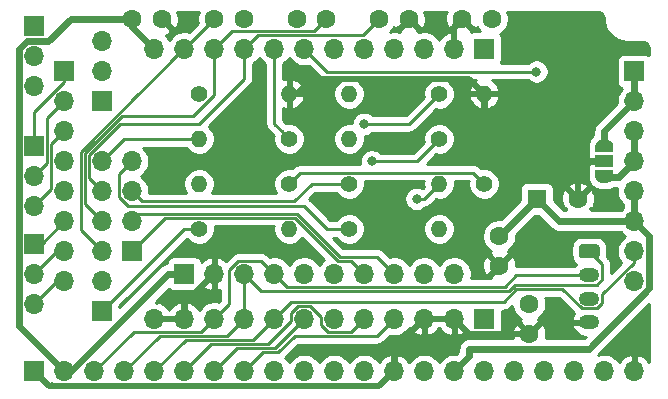
<source format=gbl>
G04 #@! TF.GenerationSoftware,KiCad,Pcbnew,(5.1.10)-1*
G04 #@! TF.CreationDate,2021-08-27T08:10:04+02:00*
G04 #@! TF.ProjectId,JuntekOnSteroidsTTGO,4a756e74-656b-44f6-9e53-7465726f6964,2.5*
G04 #@! TF.SameCoordinates,PX5b716c8PY5b716c8*
G04 #@! TF.FileFunction,Copper,L2,Bot*
G04 #@! TF.FilePolarity,Positive*
%FSLAX46Y46*%
G04 Gerber Fmt 4.6, Leading zero omitted, Abs format (unit mm)*
G04 Created by KiCad (PCBNEW (5.1.10)-1) date 2021-08-27 08:10:04*
%MOMM*%
%LPD*%
G01*
G04 APERTURE LIST*
G04 #@! TA.AperFunction,ComponentPad*
%ADD10O,1.700000X1.700000*%
G04 #@! TD*
G04 #@! TA.AperFunction,ComponentPad*
%ADD11R,1.700000X1.700000*%
G04 #@! TD*
G04 #@! TA.AperFunction,ComponentPad*
%ADD12O,1.750000X1.200000*%
G04 #@! TD*
G04 #@! TA.AperFunction,ComponentPad*
%ADD13O,1.400000X1.400000*%
G04 #@! TD*
G04 #@! TA.AperFunction,ComponentPad*
%ADD14C,1.400000*%
G04 #@! TD*
G04 #@! TA.AperFunction,SMDPad,CuDef*
%ADD15R,1.500000X1.000000*%
G04 #@! TD*
G04 #@! TA.AperFunction,SMDPad,CuDef*
%ADD16C,0.100000*%
G04 #@! TD*
G04 #@! TA.AperFunction,ComponentPad*
%ADD17C,1.600000*%
G04 #@! TD*
G04 #@! TA.AperFunction,ComponentPad*
%ADD18R,1.600000X1.600000*%
G04 #@! TD*
G04 #@! TA.AperFunction,ViaPad*
%ADD19C,0.800000*%
G04 #@! TD*
G04 #@! TA.AperFunction,Conductor*
%ADD20C,0.570000*%
G04 #@! TD*
G04 #@! TA.AperFunction,Conductor*
%ADD21C,0.220000*%
G04 #@! TD*
G04 #@! TA.AperFunction,Conductor*
%ADD22C,0.550000*%
G04 #@! TD*
G04 #@! TA.AperFunction,Conductor*
%ADD23C,0.254000*%
G04 #@! TD*
G04 #@! TA.AperFunction,Conductor*
%ADD24C,0.100000*%
G04 #@! TD*
G04 APERTURE END LIST*
D10*
G04 #@! TO.P,J61,3*
G04 #@! TO.N,/J6.3*
X10795000Y33020000D03*
G04 #@! TO.P,J61,2*
G04 #@! TO.N,/J6.2*
X10795000Y30480000D03*
D11*
G04 #@! TO.P,J61,1*
G04 #@! TO.N,/J6.1*
X10795000Y27940000D03*
G04 #@! TD*
D10*
G04 #@! TO.P,J12,3*
G04 #@! TO.N,/J1.8*
X5080000Y10795000D03*
G04 #@! TO.P,J12,2*
G04 #@! TO.N,/J1.7*
X5080000Y13335000D03*
D11*
G04 #@! TO.P,J12,1*
G04 #@! TO.N,/J1.6*
X5080000Y15875000D03*
G04 #@! TD*
D10*
G04 #@! TO.P,J22,2*
G04 #@! TO.N,Net-(J22-Pad2)*
X10795000Y12700000D03*
D11*
G04 #@! TO.P,J22,1*
G04 #@! TO.N,Net-(J22-Pad1)*
X10795000Y10160000D03*
G04 #@! TD*
D10*
G04 #@! TO.P,J21,8*
G04 #@! TO.N,Net-(J21-Pad8)*
X10795000Y22860000D03*
G04 #@! TO.P,J21,7*
G04 #@! TO.N,Net-(J21-Pad7)*
X13335000Y22860000D03*
G04 #@! TO.P,J21,6*
G04 #@! TO.N,/ADC2*
X10795000Y20320000D03*
G04 #@! TO.P,J21,5*
G04 #@! TO.N,Net-(J21-Pad5)*
X13335000Y20320000D03*
G04 #@! TO.P,J21,4*
G04 #@! TO.N,/ADC1*
X10795000Y17780000D03*
G04 #@! TO.P,J21,3*
G04 #@! TO.N,/A1*
X13335000Y17780000D03*
G04 #@! TO.P,J21,2*
G04 #@! TO.N,/ADC0*
X10795000Y15240000D03*
D11*
G04 #@! TO.P,J21,1*
G04 #@! TO.N,/A0*
X13335000Y15240000D03*
G04 #@! TD*
D10*
G04 #@! TO.P,J11,3*
G04 #@! TO.N,/J1.3*
X5080000Y19050000D03*
G04 #@! TO.P,J11,2*
G04 #@! TO.N,/J1.2*
X5080000Y21590000D03*
D11*
G04 #@! TO.P,J11,1*
G04 #@! TO.N,/J1.1*
X5080000Y24130000D03*
G04 #@! TD*
D12*
G04 #@! TO.P,J7,4*
G04 #@! TO.N,GND*
X52070000Y9240000D03*
G04 #@! TO.P,J7,3*
G04 #@! TO.N,/+3V3*
X52070000Y11240000D03*
G04 #@! TO.P,J7,2*
G04 #@! TO.N,/SDA*
X52070000Y13240000D03*
G04 #@! TO.P,J7,1*
G04 #@! TO.N,/SCL*
G04 #@! TA.AperFunction,ComponentPad*
G36*
G01*
X51444999Y15840000D02*
X52695001Y15840000D01*
G75*
G02*
X52945000Y15590001I0J-249999D01*
G01*
X52945000Y14889999D01*
G75*
G02*
X52695001Y14640000I-249999J0D01*
G01*
X51444999Y14640000D01*
G75*
G02*
X51195000Y14889999I0J249999D01*
G01*
X51195000Y15590001D01*
G75*
G02*
X51444999Y15840000I249999J0D01*
G01*
G37*
G04 #@! TD.AperFunction*
G04 #@! TD*
D10*
G04 #@! TO.P,J10,10*
G04 #@! TO.N,/A3*
X40640000Y13335000D03*
G04 #@! TO.P,J10,9*
G04 #@! TO.N,/A2*
X38100000Y13335000D03*
G04 #@! TO.P,J10,8*
G04 #@! TO.N,/A1*
X35560000Y13335000D03*
G04 #@! TO.P,J10,7*
G04 #@! TO.N,/A0*
X33020000Y13335000D03*
G04 #@! TO.P,J10,6*
G04 #@! TO.N,N/C*
X30480000Y13335000D03*
G04 #@! TO.P,J10,5*
X27940000Y13335000D03*
G04 #@! TO.P,J10,4*
G04 #@! TO.N,/SDA*
X25400000Y13335000D03*
G04 #@! TO.P,J10,3*
G04 #@! TO.N,/SCL*
X22860000Y13335000D03*
G04 #@! TO.P,J10,2*
G04 #@! TO.N,GND*
X20320000Y13335000D03*
D11*
G04 #@! TO.P,J10,1*
G04 #@! TO.N,/+3V3*
X17780000Y13335000D03*
G04 #@! TD*
D13*
G04 #@! TO.P,R13,2*
G04 #@! TO.N,/A2*
X39370000Y20955000D03*
D14*
G04 #@! TO.P,R13,1*
G04 #@! TO.N,Net-(J21-Pad5)*
X31750000Y20955000D03*
G04 #@! TD*
D15*
G04 #@! TO.P,JP1,2*
G04 #@! TO.N,GND*
X53340000Y22860000D03*
G04 #@! TA.AperFunction,SMDPad,CuDef*
D16*
G04 #@! TO.P,JP1,3*
G04 #@! TO.N,/GNDD*
G36*
X54089398Y21560000D02*
G01*
X54089398Y21535466D01*
X54084588Y21486635D01*
X54075016Y21438510D01*
X54060772Y21391555D01*
X54041995Y21346222D01*
X54018864Y21302949D01*
X53991604Y21262150D01*
X53960476Y21224221D01*
X53925779Y21189524D01*
X53887850Y21158396D01*
X53847051Y21131136D01*
X53803778Y21108005D01*
X53758445Y21089228D01*
X53711490Y21074984D01*
X53663365Y21065412D01*
X53614534Y21060602D01*
X53590000Y21060602D01*
X53590000Y21060000D01*
X53090000Y21060000D01*
X53090000Y21060602D01*
X53065466Y21060602D01*
X53016635Y21065412D01*
X52968510Y21074984D01*
X52921555Y21089228D01*
X52876222Y21108005D01*
X52832949Y21131136D01*
X52792150Y21158396D01*
X52754221Y21189524D01*
X52719524Y21224221D01*
X52688396Y21262150D01*
X52661136Y21302949D01*
X52638005Y21346222D01*
X52619228Y21391555D01*
X52604984Y21438510D01*
X52595412Y21486635D01*
X52590602Y21535466D01*
X52590602Y21560000D01*
X52590000Y21560000D01*
X52590000Y22110000D01*
X54090000Y22110000D01*
X54090000Y21560000D01*
X54089398Y21560000D01*
G37*
G04 #@! TD.AperFunction*
G04 #@! TA.AperFunction,SMDPad,CuDef*
G04 #@! TO.P,JP1,1*
G04 #@! TO.N,/GNDA*
G36*
X52590000Y23610000D02*
G01*
X52590000Y24160000D01*
X52590602Y24160000D01*
X52590602Y24184534D01*
X52595412Y24233365D01*
X52604984Y24281490D01*
X52619228Y24328445D01*
X52638005Y24373778D01*
X52661136Y24417051D01*
X52688396Y24457850D01*
X52719524Y24495779D01*
X52754221Y24530476D01*
X52792150Y24561604D01*
X52832949Y24588864D01*
X52876222Y24611995D01*
X52921555Y24630772D01*
X52968510Y24645016D01*
X53016635Y24654588D01*
X53065466Y24659398D01*
X53090000Y24659398D01*
X53090000Y24660000D01*
X53590000Y24660000D01*
X53590000Y24659398D01*
X53614534Y24659398D01*
X53663365Y24654588D01*
X53711490Y24645016D01*
X53758445Y24630772D01*
X53803778Y24611995D01*
X53847051Y24588864D01*
X53887850Y24561604D01*
X53925779Y24530476D01*
X53960476Y24495779D01*
X53991604Y24457850D01*
X54018864Y24417051D01*
X54041995Y24373778D01*
X54060772Y24328445D01*
X54075016Y24281490D01*
X54084588Y24233365D01*
X54089398Y24184534D01*
X54089398Y24160000D01*
X54090000Y24160000D01*
X54090000Y23610000D01*
X52590000Y23610000D01*
G37*
G04 #@! TD.AperFunction*
G04 #@! TD*
D17*
G04 #@! TO.P,C6,2*
G04 #@! TO.N,/+3V3*
X46990000Y10755000D03*
G04 #@! TO.P,C6,1*
G04 #@! TO.N,GND*
X46990000Y8255000D03*
G04 #@! TD*
G04 #@! TO.P,C5,2*
G04 #@! TO.N,/+3V3*
X13375000Y34925000D03*
G04 #@! TO.P,C5,1*
G04 #@! TO.N,GND*
X15875000Y34925000D03*
G04 #@! TD*
D10*
G04 #@! TO.P,J30,21*
G04 #@! TO.N,GND*
X55880000Y5080000D03*
G04 #@! TO.P,J30,20*
G04 #@! TO.N,N/C*
X53340000Y5080000D03*
G04 #@! TO.P,J30,19*
X50800000Y5080000D03*
G04 #@! TO.P,J30,18*
X48260000Y5080000D03*
G04 #@! TO.P,J30,17*
X45720000Y5080000D03*
G04 #@! TO.P,J30,16*
X43180000Y5080000D03*
G04 #@! TO.P,J30,15*
G04 #@! TO.N,VCC*
X40640000Y5080000D03*
G04 #@! TO.P,J30,14*
G04 #@! TO.N,/+3V3*
X38100000Y5080000D03*
G04 #@! TO.P,J30,13*
G04 #@! TO.N,GND*
X35560000Y5080000D03*
G04 #@! TO.P,J30,12*
G04 #@! TO.N,/GPIO33*
X33020000Y5080000D03*
G04 #@! TO.P,J30,11*
G04 #@! TO.N,/GPIO27*
X30480000Y5080000D03*
G04 #@! TO.P,J30,10*
G04 #@! TO.N,/GPIO26*
X27940000Y5080000D03*
G04 #@! TO.P,J30,9*
G04 #@! TO.N,/GPIO25*
X25400000Y5080000D03*
G04 #@! TO.P,J30,8*
G04 #@! TO.N,/GPIO12*
X22860000Y5080000D03*
G04 #@! TO.P,J30,7*
G04 #@! TO.N,/FanPWM*
X20320000Y5080000D03*
G04 #@! TO.P,J30,6*
G04 #@! TO.N,/GPIO13*
X17780000Y5080000D03*
G04 #@! TO.P,J30,5*
G04 #@! TO.N,/GPIO17*
X15240000Y5080000D03*
G04 #@! TO.P,J30,4*
G04 #@! TO.N,/SCL*
X12700000Y5080000D03*
G04 #@! TO.P,J30,3*
G04 #@! TO.N,/SDA*
X10160000Y5080000D03*
G04 #@! TO.P,J30,2*
G04 #@! TO.N,/+3V3*
X7620000Y5080000D03*
D11*
G04 #@! TO.P,J30,1*
G04 #@! TO.N,GND*
X5080000Y5080000D03*
G04 #@! TD*
D13*
G04 #@! TO.P,R20,2*
G04 #@! TO.N,GND*
X26670000Y28575000D03*
D14*
G04 #@! TO.P,R20,1*
G04 #@! TO.N,/J6.1*
X19050000Y28575000D03*
G04 #@! TD*
D13*
G04 #@! TO.P,R18,2*
G04 #@! TO.N,/FanPWM*
X26670000Y17145000D03*
D14*
G04 #@! TO.P,R18,1*
G04 #@! TO.N,Net-(J22-Pad1)*
X19050000Y17145000D03*
G04 #@! TD*
D13*
G04 #@! TO.P,R17,2*
G04 #@! TO.N,/A3*
X39370000Y17145000D03*
D14*
G04 #@! TO.P,R17,1*
G04 #@! TO.N,Net-(J21-Pad7)*
X31750000Y17145000D03*
G04 #@! TD*
D13*
G04 #@! TO.P,R16,2*
G04 #@! TO.N,/GPIO12*
X19050000Y20955000D03*
D14*
G04 #@! TO.P,R16,1*
G04 #@! TO.N,Net-(J22-Pad2)*
X26670000Y20955000D03*
G04 #@! TD*
D13*
G04 #@! TO.P,R15,2*
G04 #@! TO.N,GND*
X43180000Y28575000D03*
D14*
G04 #@! TO.P,R15,1*
G04 #@! TO.N,Net-(J22-Pad2)*
X43180000Y20955000D03*
G04 #@! TD*
D13*
G04 #@! TO.P,R12,2*
G04 #@! TO.N,/J1.4*
X31750000Y28575000D03*
D14*
G04 #@! TO.P,R12,1*
G04 #@! TO.N,/GPIO15*
X39370000Y28575000D03*
G04 #@! TD*
D13*
G04 #@! TO.P,R11,2*
G04 #@! TO.N,/J1.5*
X31750000Y24765000D03*
D14*
G04 #@! TO.P,R11,1*
G04 #@! TO.N,/GPIO13*
X39370000Y24765000D03*
G04 #@! TD*
D17*
G04 #@! TO.P,C3,2*
G04 #@! TO.N,GND*
X36790000Y34925000D03*
G04 #@! TO.P,C3,1*
G04 #@! TO.N,/ADC2*
X34290000Y34925000D03*
G04 #@! TD*
G04 #@! TO.P,C2,2*
G04 #@! TO.N,GND*
X27305000Y34925000D03*
G04 #@! TO.P,C2,1*
G04 #@! TO.N,/ADC1*
X29805000Y34925000D03*
G04 #@! TD*
G04 #@! TO.P,C1,2*
G04 #@! TO.N,GND*
X22820000Y34925000D03*
G04 #@! TO.P,C1,1*
G04 #@! TO.N,/ADC0*
X20320000Y34925000D03*
G04 #@! TD*
D13*
G04 #@! TO.P,R14,2*
G04 #@! TO.N,Net-(J21-Pad8)*
X19050000Y24765000D03*
D14*
G04 #@! TO.P,R14,1*
G04 #@! TO.N,/ADC3*
X26670000Y24765000D03*
G04 #@! TD*
D10*
G04 #@! TO.P,J6,3*
G04 #@! TO.N,/J6.3*
X5080000Y29210000D03*
G04 #@! TO.P,J6,2*
G04 #@! TO.N,/J6.2*
X5080000Y31750000D03*
D11*
G04 #@! TO.P,J6,1*
G04 #@! TO.N,/J6.1*
X5080000Y34290000D03*
G04 #@! TD*
D17*
G04 #@! TO.P,C8,2*
G04 #@! TO.N,GND*
X44450000Y14010000D03*
G04 #@! TO.P,C8,1*
G04 #@! TO.N,VCC*
X44450000Y16510000D03*
G04 #@! TD*
G04 #@! TO.P,C4,2*
G04 #@! TO.N,GND*
X41315000Y34925000D03*
G04 #@! TO.P,C4,1*
G04 #@! TO.N,/ADC3*
X43815000Y34925000D03*
G04 #@! TD*
G04 #@! TO.P,C7,2*
G04 #@! TO.N,GND*
X51125000Y19685000D03*
D18*
G04 #@! TO.P,C7,1*
G04 #@! TO.N,VCC*
X47625000Y19685000D03*
G04 #@! TD*
D10*
G04 #@! TO.P,J5,12*
G04 #@! TO.N,GND*
X15240000Y9525000D03*
G04 #@! TO.P,J5,11*
X17780000Y9525000D03*
G04 #@! TO.P,J5,10*
G04 #@! TO.N,/SDA*
X20320000Y9525000D03*
G04 #@! TO.P,J5,9*
G04 #@! TO.N,/SCL*
X22860000Y9525000D03*
G04 #@! TO.P,J5,8*
G04 #@! TO.N,/GPIO17*
X25400000Y9525000D03*
G04 #@! TO.P,J5,7*
G04 #@! TO.N,/FanPWM*
X27940000Y9525000D03*
G04 #@! TO.P,J5,6*
G04 #@! TO.N,/GPIO15*
X30480000Y9525000D03*
G04 #@! TO.P,J5,5*
G04 #@! TO.N,/GPIO13*
X33020000Y9525000D03*
G04 #@! TO.P,J5,4*
G04 #@! TO.N,/GPIO12*
X35560000Y9525000D03*
G04 #@! TO.P,J5,3*
G04 #@! TO.N,GND*
X38100000Y9525000D03*
G04 #@! TO.P,J5,2*
X40640000Y9525000D03*
D11*
G04 #@! TO.P,J5,1*
G04 #@! TO.N,/+3V3*
X43180000Y9525000D03*
G04 #@! TD*
D10*
G04 #@! TO.P,J4,12*
G04 #@! TO.N,/+3V3*
X15240000Y32385000D03*
G04 #@! TO.P,J4,11*
G04 #@! TO.N,/ADC0*
X17780000Y32385000D03*
G04 #@! TO.P,J4,10*
G04 #@! TO.N,/ADC1*
X20320000Y32385000D03*
G04 #@! TO.P,J4,9*
G04 #@! TO.N,/ADC2*
X22860000Y32385000D03*
G04 #@! TO.P,J4,8*
G04 #@! TO.N,/ADC3*
X25400000Y32385000D03*
G04 #@! TO.P,J4,7*
G04 #@! TO.N,/GPIO32*
X27940000Y32385000D03*
G04 #@! TO.P,J4,6*
G04 #@! TO.N,/GPIO33*
X30480000Y32385000D03*
G04 #@! TO.P,J4,5*
G04 #@! TO.N,/GPIO25*
X33020000Y32385000D03*
G04 #@! TO.P,J4,4*
G04 #@! TO.N,/GPIO26*
X35560000Y32385000D03*
G04 #@! TO.P,J4,3*
G04 #@! TO.N,/GPIO27*
X38100000Y32385000D03*
G04 #@! TO.P,J4,2*
G04 #@! TO.N,GND*
X40640000Y32385000D03*
D11*
G04 #@! TO.P,J4,1*
G04 #@! TO.N,VCC*
X43180000Y32385000D03*
G04 #@! TD*
D10*
G04 #@! TO.P,J2,8*
G04 #@! TO.N,/GPIO32*
X55880000Y12700000D03*
G04 #@! TO.P,J2,7*
G04 #@! TO.N,/GPIO17*
X55880000Y15240000D03*
G04 #@! TO.P,J2,6*
G04 #@! TO.N,VCC*
X55880000Y17780000D03*
G04 #@! TO.P,J2,5*
X55880000Y20320000D03*
G04 #@! TO.P,J2,4*
G04 #@! TO.N,/GNDD*
X55880000Y22860000D03*
G04 #@! TO.P,J2,3*
X55880000Y25400000D03*
G04 #@! TO.P,J2,2*
G04 #@! TO.N,/GNDA*
X55880000Y27940000D03*
D11*
G04 #@! TO.P,J2,1*
X55880000Y30480000D03*
G04 #@! TD*
D10*
G04 #@! TO.P,J1,8*
G04 #@! TO.N,/J1.8*
X7620000Y12700000D03*
G04 #@! TO.P,J1,7*
G04 #@! TO.N,/J1.7*
X7620000Y15240000D03*
G04 #@! TO.P,J1,6*
G04 #@! TO.N,/J1.6*
X7620000Y17780000D03*
G04 #@! TO.P,J1,5*
G04 #@! TO.N,/J1.5*
X7620000Y20320000D03*
G04 #@! TO.P,J1,4*
G04 #@! TO.N,/J1.4*
X7620000Y22860000D03*
G04 #@! TO.P,J1,3*
G04 #@! TO.N,/J1.3*
X7620000Y25400000D03*
G04 #@! TO.P,J1,2*
G04 #@! TO.N,/J1.2*
X7620000Y27940000D03*
D11*
G04 #@! TO.P,J1,1*
G04 #@! TO.N,/J1.1*
X7620000Y30480000D03*
G04 #@! TD*
D19*
G04 #@! TO.N,/GPIO13*
X33660000Y22860000D03*
G04 #@! TO.N,/GPIO32*
X47602389Y30457389D03*
G04 #@! TO.N,/A2*
X37460000Y19685000D03*
G04 #@! TO.N,/GPIO15*
X33020000Y26035000D03*
G04 #@! TD*
D20*
G04 #@! TO.N,VCC*
X55880000Y20320000D02*
X55880000Y17780000D01*
X49530000Y17780000D02*
X55880000Y17780000D01*
X47625000Y19685000D02*
X49530000Y17780000D01*
X47625000Y19685000D02*
X44450000Y16510000D01*
X46990000Y19050000D02*
X47625000Y19685000D01*
X57145001Y16514999D02*
X55880000Y17780000D01*
X57145001Y12092799D02*
X57145001Y16514999D01*
X52037202Y6985000D02*
X57145001Y12092799D01*
X41910000Y6985000D02*
X52037202Y6985000D01*
X41910000Y6350000D02*
X41910000Y6985000D01*
X40640000Y5080000D02*
X41910000Y6350000D01*
G04 #@! TO.N,/GNDD*
X54580000Y21560000D02*
X55880000Y22860000D01*
X53340000Y21560000D02*
X54580000Y21560000D01*
X55880000Y22860000D02*
X55880000Y25400000D01*
G04 #@! TO.N,/GNDA*
X53340000Y25400000D02*
X55880000Y27940000D01*
X53340000Y24160000D02*
X53340000Y25400000D01*
X55880000Y27940000D02*
X55880000Y30480000D01*
D21*
G04 #@! TO.N,/SDA*
X22336799Y14425001D02*
X21590000Y13678202D01*
X24309999Y14425001D02*
X22336799Y14425001D01*
X25400000Y13335000D02*
X24309999Y14425001D01*
X21590000Y10795000D02*
X20320000Y9525000D01*
X21590000Y13678202D02*
X21590000Y10795000D01*
X13514999Y8434999D02*
X10160000Y5080000D01*
X19229999Y8434999D02*
X13514999Y8434999D01*
X20320000Y9525000D02*
X19229999Y8434999D01*
X26490001Y12244999D02*
X25400000Y13335000D01*
X52070000Y13240000D02*
X45900002Y13240000D01*
X45900002Y13240000D02*
X44905001Y12244999D01*
X44905001Y12244999D02*
X26490001Y12244999D01*
G04 #@! TO.N,/SCL*
X22860000Y9525000D02*
X22860000Y13335000D01*
X12700000Y5080000D02*
X15704989Y8084989D01*
X21419989Y8084989D02*
X22860000Y9525000D01*
X15704989Y8084989D02*
X21419989Y8084989D01*
X24300011Y11894989D02*
X22860000Y13335000D01*
X45255011Y11894989D02*
X24300011Y11894989D01*
X45760012Y12399990D02*
X45255011Y11894989D01*
X52692943Y12399990D02*
X45760012Y12399990D01*
X53185010Y12892057D02*
X52692943Y12399990D01*
X53185010Y14124990D02*
X53185010Y12892057D01*
X52070000Y15240000D02*
X53185010Y14124990D01*
G04 #@! TO.N,/GPIO13*
X17780000Y5080000D02*
X20084969Y7384969D01*
X29389999Y9001799D02*
X29956799Y8434999D01*
X29389999Y9688203D02*
X29389999Y9001799D01*
X27416799Y10615001D02*
X28463201Y10615001D01*
X26849999Y10048201D02*
X27416799Y10615001D01*
X29956799Y8434999D02*
X31929999Y8434999D01*
X26849999Y9361797D02*
X26849999Y10048201D01*
X31929999Y8434999D02*
X33020000Y9525000D01*
X24873171Y7384969D02*
X26849999Y9361797D01*
X28463201Y10615001D02*
X29389999Y9688203D01*
X20084969Y7384969D02*
X24873171Y7384969D01*
X37465000Y22860000D02*
X39370000Y24765000D01*
X33660000Y22860000D02*
X37465000Y22860000D01*
G04 #@! TO.N,/ADC0*
X9004979Y17030021D02*
X10795000Y15240000D01*
X9004979Y23673157D02*
X9004979Y17030021D01*
X13906822Y28575000D02*
X9004979Y23673157D01*
X20320000Y34925000D02*
X17780000Y32385000D01*
X17716822Y32385000D02*
X9004979Y23673157D01*
X17780000Y32385000D02*
X17716822Y32385000D01*
G04 #@! TO.N,/ADC1*
X20320000Y32385000D02*
X21819999Y33884999D01*
X9354989Y19220011D02*
X10795000Y17780000D01*
X9354989Y23528179D02*
X9354989Y19220011D01*
X18536202Y26670000D02*
X12496810Y26670000D01*
X20320000Y28453798D02*
X18536202Y26670000D01*
X12496810Y26670000D02*
X9354989Y23528179D01*
X20320000Y32385000D02*
X20320000Y28453798D01*
X28804999Y33924999D02*
X28804999Y33884999D01*
X29805000Y34925000D02*
X28804999Y33924999D01*
X21819999Y33884999D02*
X28804999Y33884999D01*
G04 #@! TO.N,/ADC2*
X22860000Y32385000D02*
X24009989Y33534989D01*
X9704999Y21410001D02*
X10795000Y20320000D01*
X9704999Y23383201D02*
X9704999Y21410001D01*
X22860000Y32385000D02*
X22860000Y29845000D01*
X12356798Y26035000D02*
X9704999Y23383201D01*
X22860000Y29845000D02*
X19050000Y26035000D01*
X19050000Y26035000D02*
X12356798Y26035000D01*
X34290000Y34925000D02*
X32899989Y33534989D01*
X24009989Y33534989D02*
X32899989Y33534989D01*
G04 #@! TO.N,/ADC3*
X25400000Y32385000D02*
X25400000Y26035000D01*
X25400000Y26035000D02*
X26035000Y25400000D01*
X26035000Y25400000D02*
X26670000Y24765000D01*
G04 #@! TO.N,/GPIO32*
X29867611Y30457389D02*
X47602389Y30457389D01*
X27940000Y32385000D02*
X29867611Y30457389D01*
G04 #@! TO.N,/GPIO17*
X23609979Y7734979D02*
X25400000Y9525000D01*
X17894979Y7734979D02*
X23609979Y7734979D01*
X15240000Y5080000D02*
X17894979Y7734979D01*
X44820021Y10965011D02*
X26840011Y10965011D01*
X45904990Y12049980D02*
X44820021Y10965011D01*
X26840011Y10965011D02*
X25400000Y9525000D01*
X49797067Y12049980D02*
X45904990Y12049980D01*
X52692943Y10399990D02*
X51447057Y10399990D01*
X51447057Y10399990D02*
X49797067Y12049980D01*
X53185010Y10892057D02*
X52692943Y10399990D01*
X55880000Y14282933D02*
X53185010Y11587943D01*
X53185010Y11587943D02*
X53185010Y10892057D01*
X55880000Y15240000D02*
X55880000Y14282933D01*
G04 #@! TO.N,/A2*
X38100000Y19685000D02*
X39370000Y20955000D01*
X37460000Y19685000D02*
X38100000Y19685000D01*
G04 #@! TO.N,/A1*
X13990011Y18435011D02*
X13335000Y17780000D01*
X27266179Y18435011D02*
X13990011Y18435011D01*
X27286190Y18415000D02*
X27266179Y18435011D01*
X27305000Y18415000D02*
X27286190Y18415000D01*
X30944989Y14775011D02*
X27305000Y18415000D01*
X34119989Y14775011D02*
X30944989Y14775011D01*
X35560000Y13335000D02*
X34119989Y14775011D01*
G04 #@! TO.N,/A0*
X15557500Y17462500D02*
X13335000Y15240000D01*
X16180001Y18085001D02*
X15557500Y17462500D01*
X30781201Y14425001D02*
X27121201Y18085001D01*
X31929999Y14425001D02*
X30781201Y14425001D01*
X27121201Y18085001D02*
X16180001Y18085001D01*
X33020000Y13335000D02*
X31929999Y14425001D01*
G04 #@! TO.N,/J1.8*
X6985000Y12700000D02*
X7620000Y12700000D01*
X5080000Y10795000D02*
X6985000Y12700000D01*
G04 #@! TO.N,/J1.3*
X6529999Y20499999D02*
X6529999Y24309999D01*
X5080000Y19050000D02*
X6529999Y20499999D01*
X6529999Y24309999D02*
X7620000Y25400000D01*
G04 #@! TO.N,/J1.2*
X6170001Y22680001D02*
X6170001Y26490001D01*
X5080000Y21590000D02*
X6170001Y22680001D01*
X6170001Y26490001D02*
X7620000Y27940000D01*
G04 #@! TO.N,/J1.6*
X5715000Y15875000D02*
X7620000Y17780000D01*
X5080000Y15875000D02*
X5715000Y15875000D01*
D20*
G04 #@! TO.N,/+3V3*
X3814999Y32357201D02*
X3814999Y8885001D01*
X3814999Y8885001D02*
X7620000Y5080000D01*
X4472799Y33015001D02*
X3814999Y32357201D01*
X6252003Y33015001D02*
X4472799Y33015001D01*
X8162002Y34925000D02*
X6252003Y33015001D01*
X8162002Y34925000D02*
X13375000Y34925000D01*
X13375000Y34250000D02*
X15240000Y32385000D01*
X13375000Y34925000D02*
X13375000Y34250000D01*
X16417002Y13335000D02*
X17780000Y13335000D01*
X8162002Y5080000D02*
X16417002Y13335000D01*
X7620000Y5080000D02*
X8162002Y5080000D01*
D21*
G04 #@! TO.N,/GPIO12*
X22860000Y5080000D02*
X24464951Y6684951D01*
X24464951Y6684951D02*
X25734951Y6684951D01*
X25734951Y6684951D02*
X27134989Y8084989D01*
X34119989Y8084989D02*
X35560000Y9525000D01*
X27134989Y8084989D02*
X34119989Y8084989D01*
G04 #@! TO.N,/J1.1*
X7620000Y29553202D02*
X7620000Y30480000D01*
X5080000Y27013202D02*
X7620000Y29553202D01*
X5080000Y24130000D02*
X5080000Y27013202D01*
G04 #@! TO.N,/J1.7*
X6985000Y15240000D02*
X7620000Y15240000D01*
X5080000Y13335000D02*
X6985000Y15240000D01*
G04 #@! TO.N,/FanPWM*
X22274961Y7034961D02*
X25449961Y7034961D01*
X25449961Y7034961D02*
X27940000Y9525000D01*
X20320000Y5080000D02*
X22274961Y7034961D01*
G04 #@! TO.N,Net-(J21-Pad7)*
X12991798Y19050000D02*
X27940000Y19050000D01*
X29845000Y17145000D02*
X31750000Y17145000D01*
X13335000Y22860000D02*
X12244999Y21769999D01*
X12244999Y19796799D02*
X12991798Y19050000D01*
X12244999Y21769999D02*
X12244999Y19796799D01*
X27940000Y19050000D02*
X29845000Y17145000D01*
G04 #@! TO.N,Net-(J21-Pad5)*
X14184999Y19470001D02*
X13335000Y20320000D01*
X27090001Y19470001D02*
X28575000Y20955000D01*
X27090001Y19470001D02*
X14184999Y19470001D01*
X28575000Y20955000D02*
X30480000Y20955000D01*
X31750000Y20955000D02*
X30480000Y20955000D01*
G04 #@! TO.N,Net-(J21-Pad8)*
X12700000Y24765000D02*
X19050000Y24765000D01*
X10795000Y22860000D02*
X12700000Y24765000D01*
G04 #@! TO.N,Net-(J22-Pad2)*
X42239999Y21895001D02*
X43180000Y20955000D01*
X27610001Y21895001D02*
X42239999Y21895001D01*
X26670000Y20955000D02*
X27610001Y21895001D01*
G04 #@! TO.N,Net-(J22-Pad1)*
X17780000Y17145000D02*
X10795000Y10160000D01*
X19050000Y17145000D02*
X17780000Y17145000D01*
D22*
G04 #@! TO.N,GND*
X51125000Y21965000D02*
X51125000Y19685000D01*
X52020000Y22860000D02*
X51125000Y21965000D01*
X53340000Y22860000D02*
X52020000Y22860000D01*
X15240000Y9525000D02*
X17780000Y9525000D01*
X17780000Y10795000D02*
X20320000Y13335000D01*
X17780000Y9525000D02*
X17780000Y10795000D01*
X38100000Y9525000D02*
X40640000Y9525000D01*
X41910000Y8255000D02*
X46990000Y8255000D01*
X40640000Y9525000D02*
X41910000Y8255000D01*
X5080000Y5080000D02*
X6345001Y3814999D01*
X43180000Y26924798D02*
X43180000Y28575000D01*
X48422500Y22387500D02*
X45557500Y22387500D01*
X45557500Y22387500D02*
X44450000Y23495000D01*
X48422500Y22387500D02*
X51125000Y19685000D01*
X43180000Y24765000D02*
X45557500Y22387500D01*
X43180000Y28575000D02*
X43180000Y24765000D01*
X40640000Y34250000D02*
X41315000Y34925000D01*
X40640000Y32385000D02*
X40640000Y34250000D01*
X35560000Y5080000D02*
X35560000Y6985000D01*
X30484999Y3814999D02*
X31087201Y3814999D01*
X6345001Y3814999D02*
X30484999Y3814999D01*
X35560000Y6985000D02*
X38100000Y9525000D01*
X41910000Y29845000D02*
X43180000Y28575000D01*
X28575000Y29845000D02*
X41910000Y29845000D01*
X27305000Y28575000D02*
X28575000Y29845000D01*
X26670000Y28575000D02*
X27305000Y28575000D01*
X34294999Y3814999D02*
X35560000Y5080000D01*
X31087201Y3814999D02*
X34294999Y3814999D01*
D21*
G04 #@! TO.N,/GPIO15*
X36830000Y26035000D02*
X39370000Y28575000D01*
X33020000Y26035000D02*
X36830000Y26035000D01*
G04 #@! TD*
D23*
G04 #@! TO.N,GND*
X6673368Y3926525D02*
X6810345Y3835000D01*
X6427295Y3835000D01*
X6460537Y3875506D01*
X6519502Y3985820D01*
X6541513Y4058380D01*
X6673368Y3926525D01*
G04 #@! TA.AperFunction,Conductor*
D24*
G36*
X6673368Y3926525D02*
G01*
X6810345Y3835000D01*
X6427295Y3835000D01*
X6460537Y3875506D01*
X6519502Y3985820D01*
X6541513Y4058380D01*
X6673368Y3926525D01*
G37*
G04 #@! TD.AperFunction*
D23*
X5207000Y5207000D02*
X5227000Y5207000D01*
X5227000Y4953000D01*
X5207000Y4953000D01*
X5207000Y4933000D01*
X4953000Y4933000D01*
X4953000Y4953000D01*
X4933000Y4953000D01*
X4933000Y5207000D01*
X4953000Y5207000D01*
X4953000Y5227000D01*
X5207000Y5227000D01*
X5207000Y5207000D01*
G04 #@! TA.AperFunction,Conductor*
D24*
G36*
X5207000Y5207000D02*
G01*
X5227000Y5207000D01*
X5227000Y4953000D01*
X5207000Y4953000D01*
X5207000Y4933000D01*
X4953000Y4933000D01*
X4953000Y4953000D01*
X4933000Y4953000D01*
X4933000Y5207000D01*
X4953000Y5207000D01*
X4953000Y5227000D01*
X5207000Y5227000D01*
X5207000Y5207000D01*
G37*
G04 #@! TD.AperFunction*
D23*
X50807252Y9986206D02*
X50697579Y9820533D01*
X50605409Y9595282D01*
X50601538Y9557609D01*
X50726269Y9367000D01*
X51943000Y9367000D01*
X51943000Y9387000D01*
X52197000Y9387000D01*
X52197000Y9367000D01*
X52217000Y9367000D01*
X52217000Y9113000D01*
X52197000Y9113000D01*
X52197000Y9093000D01*
X51943000Y9093000D01*
X51943000Y9113000D01*
X50726269Y9113000D01*
X50601538Y8922391D01*
X50605409Y8884718D01*
X50697579Y8659467D01*
X50831922Y8456526D01*
X51003275Y8283693D01*
X51205054Y8147610D01*
X51429504Y8053507D01*
X51668000Y8005000D01*
X51756127Y8005000D01*
X51656127Y7905000D01*
X48381662Y7905000D01*
X48416300Y8043184D01*
X48430217Y8325512D01*
X48388787Y8605130D01*
X48293603Y8871292D01*
X48226671Y8996514D01*
X47982702Y9068097D01*
X47169605Y8255000D01*
X47183748Y8240857D01*
X47004143Y8061252D01*
X46990000Y8075395D01*
X46975858Y8061252D01*
X46796253Y8240857D01*
X46810395Y8255000D01*
X45997298Y9068097D01*
X45753329Y8996514D01*
X45632429Y8741004D01*
X45563700Y8466816D01*
X45549783Y8184488D01*
X45591194Y7905000D01*
X41955192Y7905000D01*
X41910000Y7909451D01*
X41864808Y7905000D01*
X41729649Y7891688D01*
X41556228Y7839081D01*
X41396403Y7753653D01*
X41256314Y7638686D01*
X41141347Y7498597D01*
X41055919Y7338772D01*
X41003312Y7165351D01*
X40985549Y6985000D01*
X40990000Y6939808D01*
X40990000Y6731076D01*
X40817675Y6558751D01*
X40786260Y6565000D01*
X40493740Y6565000D01*
X40206842Y6507932D01*
X39936589Y6395990D01*
X39693368Y6233475D01*
X39486525Y6026632D01*
X39370000Y5852240D01*
X39253475Y6026632D01*
X39046632Y6233475D01*
X38803411Y6395990D01*
X38533158Y6507932D01*
X38246260Y6565000D01*
X37953740Y6565000D01*
X37666842Y6507932D01*
X37396589Y6395990D01*
X37153368Y6233475D01*
X36946525Y6026632D01*
X36824805Y5844466D01*
X36755178Y5961355D01*
X36560269Y6177588D01*
X36326920Y6351641D01*
X36064099Y6476825D01*
X35916890Y6521476D01*
X35687000Y6400155D01*
X35687000Y5207000D01*
X35707000Y5207000D01*
X35707000Y4953000D01*
X35687000Y4953000D01*
X35687000Y4933000D01*
X35433000Y4933000D01*
X35433000Y4953000D01*
X35413000Y4953000D01*
X35413000Y5207000D01*
X35433000Y5207000D01*
X35433000Y6400155D01*
X35203110Y6521476D01*
X35055901Y6476825D01*
X34793080Y6351641D01*
X34559731Y6177588D01*
X34364822Y5961355D01*
X34295195Y5844466D01*
X34173475Y6026632D01*
X33966632Y6233475D01*
X33723411Y6395990D01*
X33453158Y6507932D01*
X33166260Y6565000D01*
X32873740Y6565000D01*
X32586842Y6507932D01*
X32316589Y6395990D01*
X32073368Y6233475D01*
X31866525Y6026632D01*
X31750000Y5852240D01*
X31633475Y6026632D01*
X31426632Y6233475D01*
X31183411Y6395990D01*
X30913158Y6507932D01*
X30626260Y6565000D01*
X30333740Y6565000D01*
X30046842Y6507932D01*
X29776589Y6395990D01*
X29533368Y6233475D01*
X29326525Y6026632D01*
X29210000Y5852240D01*
X29093475Y6026632D01*
X28886632Y6233475D01*
X28643411Y6395990D01*
X28373158Y6507932D01*
X28086260Y6565000D01*
X27793740Y6565000D01*
X27506842Y6507932D01*
X27236589Y6395990D01*
X26993368Y6233475D01*
X26786525Y6026632D01*
X26670000Y5852240D01*
X26553475Y6026632D01*
X26346632Y6233475D01*
X26340896Y6237307D01*
X27443578Y7339989D01*
X34083399Y7339989D01*
X34119989Y7336385D01*
X34156579Y7339989D01*
X34156581Y7339989D01*
X34266034Y7350769D01*
X34406467Y7393369D01*
X34535891Y7462548D01*
X34649332Y7555646D01*
X34672658Y7584069D01*
X35175899Y8087310D01*
X35413740Y8040000D01*
X35706260Y8040000D01*
X35993158Y8097068D01*
X36263411Y8209010D01*
X36506632Y8371525D01*
X36713475Y8578368D01*
X36835195Y8760534D01*
X36904822Y8643645D01*
X37099731Y8427412D01*
X37333080Y8253359D01*
X37595901Y8128175D01*
X37743110Y8083524D01*
X37973000Y8204845D01*
X37973000Y9398000D01*
X38227000Y9398000D01*
X38227000Y8204845D01*
X38456890Y8083524D01*
X38604099Y8128175D01*
X38866920Y8253359D01*
X39100269Y8427412D01*
X39295178Y8643645D01*
X39370000Y8769255D01*
X39444822Y8643645D01*
X39639731Y8427412D01*
X39873080Y8253359D01*
X40135901Y8128175D01*
X40283110Y8083524D01*
X40513000Y8204845D01*
X40513000Y9398000D01*
X38227000Y9398000D01*
X37973000Y9398000D01*
X37953000Y9398000D01*
X37953000Y9652000D01*
X37973000Y9652000D01*
X37973000Y9672000D01*
X38227000Y9672000D01*
X38227000Y9652000D01*
X40513000Y9652000D01*
X40513000Y9672000D01*
X40767000Y9672000D01*
X40767000Y9652000D01*
X40787000Y9652000D01*
X40787000Y9398000D01*
X40767000Y9398000D01*
X40767000Y8204845D01*
X40996890Y8083524D01*
X41144099Y8128175D01*
X41406920Y8253359D01*
X41640269Y8427412D01*
X41716034Y8511466D01*
X41740498Y8430820D01*
X41799463Y8320506D01*
X41878815Y8223815D01*
X41975506Y8144463D01*
X42085820Y8085498D01*
X42205518Y8049188D01*
X42330000Y8036928D01*
X44030000Y8036928D01*
X44154482Y8049188D01*
X44274180Y8085498D01*
X44384494Y8144463D01*
X44481185Y8223815D01*
X44560537Y8320506D01*
X44619502Y8430820D01*
X44655812Y8550518D01*
X44668072Y8675000D01*
X44668072Y10220011D01*
X44783431Y10220011D01*
X44820021Y10216407D01*
X44856611Y10220011D01*
X44856613Y10220011D01*
X44966066Y10230791D01*
X45106499Y10273391D01*
X45235923Y10342570D01*
X45349364Y10435668D01*
X45372690Y10464091D01*
X45555000Y10646401D01*
X45555000Y10613665D01*
X45610147Y10336426D01*
X45718320Y10075273D01*
X45875363Y9840241D01*
X46075241Y9640363D01*
X46275869Y9506308D01*
X46248486Y9491671D01*
X46176903Y9247702D01*
X46990000Y8434605D01*
X47803097Y9247702D01*
X47731514Y9491671D01*
X47702659Y9505324D01*
X47904759Y9640363D01*
X48104637Y9840241D01*
X48261680Y10075273D01*
X48369853Y10336426D01*
X48425000Y10613665D01*
X48425000Y10896335D01*
X48369853Y11173574D01*
X48315423Y11304980D01*
X49488478Y11304980D01*
X50807252Y9986206D01*
G04 #@! TA.AperFunction,Conductor*
D24*
G36*
X50807252Y9986206D02*
G01*
X50697579Y9820533D01*
X50605409Y9595282D01*
X50601538Y9557609D01*
X50726269Y9367000D01*
X51943000Y9367000D01*
X51943000Y9387000D01*
X52197000Y9387000D01*
X52197000Y9367000D01*
X52217000Y9367000D01*
X52217000Y9113000D01*
X52197000Y9113000D01*
X52197000Y9093000D01*
X51943000Y9093000D01*
X51943000Y9113000D01*
X50726269Y9113000D01*
X50601538Y8922391D01*
X50605409Y8884718D01*
X50697579Y8659467D01*
X50831922Y8456526D01*
X51003275Y8283693D01*
X51205054Y8147610D01*
X51429504Y8053507D01*
X51668000Y8005000D01*
X51756127Y8005000D01*
X51656127Y7905000D01*
X48381662Y7905000D01*
X48416300Y8043184D01*
X48430217Y8325512D01*
X48388787Y8605130D01*
X48293603Y8871292D01*
X48226671Y8996514D01*
X47982702Y9068097D01*
X47169605Y8255000D01*
X47183748Y8240857D01*
X47004143Y8061252D01*
X46990000Y8075395D01*
X46975858Y8061252D01*
X46796253Y8240857D01*
X46810395Y8255000D01*
X45997298Y9068097D01*
X45753329Y8996514D01*
X45632429Y8741004D01*
X45563700Y8466816D01*
X45549783Y8184488D01*
X45591194Y7905000D01*
X41955192Y7905000D01*
X41910000Y7909451D01*
X41864808Y7905000D01*
X41729649Y7891688D01*
X41556228Y7839081D01*
X41396403Y7753653D01*
X41256314Y7638686D01*
X41141347Y7498597D01*
X41055919Y7338772D01*
X41003312Y7165351D01*
X40985549Y6985000D01*
X40990000Y6939808D01*
X40990000Y6731076D01*
X40817675Y6558751D01*
X40786260Y6565000D01*
X40493740Y6565000D01*
X40206842Y6507932D01*
X39936589Y6395990D01*
X39693368Y6233475D01*
X39486525Y6026632D01*
X39370000Y5852240D01*
X39253475Y6026632D01*
X39046632Y6233475D01*
X38803411Y6395990D01*
X38533158Y6507932D01*
X38246260Y6565000D01*
X37953740Y6565000D01*
X37666842Y6507932D01*
X37396589Y6395990D01*
X37153368Y6233475D01*
X36946525Y6026632D01*
X36824805Y5844466D01*
X36755178Y5961355D01*
X36560269Y6177588D01*
X36326920Y6351641D01*
X36064099Y6476825D01*
X35916890Y6521476D01*
X35687000Y6400155D01*
X35687000Y5207000D01*
X35707000Y5207000D01*
X35707000Y4953000D01*
X35687000Y4953000D01*
X35687000Y4933000D01*
X35433000Y4933000D01*
X35433000Y4953000D01*
X35413000Y4953000D01*
X35413000Y5207000D01*
X35433000Y5207000D01*
X35433000Y6400155D01*
X35203110Y6521476D01*
X35055901Y6476825D01*
X34793080Y6351641D01*
X34559731Y6177588D01*
X34364822Y5961355D01*
X34295195Y5844466D01*
X34173475Y6026632D01*
X33966632Y6233475D01*
X33723411Y6395990D01*
X33453158Y6507932D01*
X33166260Y6565000D01*
X32873740Y6565000D01*
X32586842Y6507932D01*
X32316589Y6395990D01*
X32073368Y6233475D01*
X31866525Y6026632D01*
X31750000Y5852240D01*
X31633475Y6026632D01*
X31426632Y6233475D01*
X31183411Y6395990D01*
X30913158Y6507932D01*
X30626260Y6565000D01*
X30333740Y6565000D01*
X30046842Y6507932D01*
X29776589Y6395990D01*
X29533368Y6233475D01*
X29326525Y6026632D01*
X29210000Y5852240D01*
X29093475Y6026632D01*
X28886632Y6233475D01*
X28643411Y6395990D01*
X28373158Y6507932D01*
X28086260Y6565000D01*
X27793740Y6565000D01*
X27506842Y6507932D01*
X27236589Y6395990D01*
X26993368Y6233475D01*
X26786525Y6026632D01*
X26670000Y5852240D01*
X26553475Y6026632D01*
X26346632Y6233475D01*
X26340896Y6237307D01*
X27443578Y7339989D01*
X34083399Y7339989D01*
X34119989Y7336385D01*
X34156579Y7339989D01*
X34156581Y7339989D01*
X34266034Y7350769D01*
X34406467Y7393369D01*
X34535891Y7462548D01*
X34649332Y7555646D01*
X34672658Y7584069D01*
X35175899Y8087310D01*
X35413740Y8040000D01*
X35706260Y8040000D01*
X35993158Y8097068D01*
X36263411Y8209010D01*
X36506632Y8371525D01*
X36713475Y8578368D01*
X36835195Y8760534D01*
X36904822Y8643645D01*
X37099731Y8427412D01*
X37333080Y8253359D01*
X37595901Y8128175D01*
X37743110Y8083524D01*
X37973000Y8204845D01*
X37973000Y9398000D01*
X38227000Y9398000D01*
X38227000Y8204845D01*
X38456890Y8083524D01*
X38604099Y8128175D01*
X38866920Y8253359D01*
X39100269Y8427412D01*
X39295178Y8643645D01*
X39370000Y8769255D01*
X39444822Y8643645D01*
X39639731Y8427412D01*
X39873080Y8253359D01*
X40135901Y8128175D01*
X40283110Y8083524D01*
X40513000Y8204845D01*
X40513000Y9398000D01*
X38227000Y9398000D01*
X37973000Y9398000D01*
X37953000Y9398000D01*
X37953000Y9652000D01*
X37973000Y9652000D01*
X37973000Y9672000D01*
X38227000Y9672000D01*
X38227000Y9652000D01*
X40513000Y9652000D01*
X40513000Y9672000D01*
X40767000Y9672000D01*
X40767000Y9652000D01*
X40787000Y9652000D01*
X40787000Y9398000D01*
X40767000Y9398000D01*
X40767000Y8204845D01*
X40996890Y8083524D01*
X41144099Y8128175D01*
X41406920Y8253359D01*
X41640269Y8427412D01*
X41716034Y8511466D01*
X41740498Y8430820D01*
X41799463Y8320506D01*
X41878815Y8223815D01*
X41975506Y8144463D01*
X42085820Y8085498D01*
X42205518Y8049188D01*
X42330000Y8036928D01*
X44030000Y8036928D01*
X44154482Y8049188D01*
X44274180Y8085498D01*
X44384494Y8144463D01*
X44481185Y8223815D01*
X44560537Y8320506D01*
X44619502Y8430820D01*
X44655812Y8550518D01*
X44668072Y8675000D01*
X44668072Y10220011D01*
X44783431Y10220011D01*
X44820021Y10216407D01*
X44856611Y10220011D01*
X44856613Y10220011D01*
X44966066Y10230791D01*
X45106499Y10273391D01*
X45235923Y10342570D01*
X45349364Y10435668D01*
X45372690Y10464091D01*
X45555000Y10646401D01*
X45555000Y10613665D01*
X45610147Y10336426D01*
X45718320Y10075273D01*
X45875363Y9840241D01*
X46075241Y9640363D01*
X46275869Y9506308D01*
X46248486Y9491671D01*
X46176903Y9247702D01*
X46990000Y8434605D01*
X47803097Y9247702D01*
X47731514Y9491671D01*
X47702659Y9505324D01*
X47904759Y9640363D01*
X48104637Y9840241D01*
X48261680Y10075273D01*
X48369853Y10336426D01*
X48425000Y10613665D01*
X48425000Y10896335D01*
X48369853Y11173574D01*
X48315423Y11304980D01*
X49488478Y11304980D01*
X50807252Y9986206D01*
G37*
G04 #@! TD.AperFunction*
D23*
X57125000Y5877715D02*
X57075178Y5961355D01*
X56880269Y6177588D01*
X56646920Y6351641D01*
X56384099Y6476825D01*
X56236890Y6521476D01*
X56007000Y6400155D01*
X56007000Y5207000D01*
X56027000Y5207000D01*
X56027000Y4953000D01*
X56007000Y4953000D01*
X56007000Y4933000D01*
X55753000Y4933000D01*
X55753000Y4953000D01*
X55733000Y4953000D01*
X55733000Y5207000D01*
X55753000Y5207000D01*
X55753000Y6400155D01*
X55523110Y6521476D01*
X55375901Y6476825D01*
X55113080Y6351641D01*
X54879731Y6177588D01*
X54684822Y5961355D01*
X54615195Y5844466D01*
X54493475Y6026632D01*
X54286632Y6233475D01*
X54043411Y6395990D01*
X53773158Y6507932D01*
X53486260Y6565000D01*
X53193740Y6565000D01*
X52906842Y6507932D01*
X52828942Y6475665D01*
X57125000Y10771721D01*
X57125000Y5877715D01*
G04 #@! TA.AperFunction,Conductor*
D24*
G36*
X57125000Y5877715D02*
G01*
X57075178Y5961355D01*
X56880269Y6177588D01*
X56646920Y6351641D01*
X56384099Y6476825D01*
X56236890Y6521476D01*
X56007000Y6400155D01*
X56007000Y5207000D01*
X56027000Y5207000D01*
X56027000Y4953000D01*
X56007000Y4953000D01*
X56007000Y4933000D01*
X55753000Y4933000D01*
X55753000Y4953000D01*
X55733000Y4953000D01*
X55733000Y5207000D01*
X55753000Y5207000D01*
X55753000Y6400155D01*
X55523110Y6521476D01*
X55375901Y6476825D01*
X55113080Y6351641D01*
X54879731Y6177588D01*
X54684822Y5961355D01*
X54615195Y5844466D01*
X54493475Y6026632D01*
X54286632Y6233475D01*
X54043411Y6395990D01*
X53773158Y6507932D01*
X53486260Y6565000D01*
X53193740Y6565000D01*
X52906842Y6507932D01*
X52828942Y6475665D01*
X57125000Y10771721D01*
X57125000Y5877715D01*
G37*
G04 #@! TD.AperFunction*
D23*
X25335000Y17276486D02*
X25335000Y17013514D01*
X25386304Y16755595D01*
X25486939Y16512641D01*
X25633038Y16293987D01*
X25818987Y16108038D01*
X26037641Y15961939D01*
X26280595Y15861304D01*
X26538514Y15810000D01*
X26801486Y15810000D01*
X27059405Y15861304D01*
X27302359Y15961939D01*
X27521013Y16108038D01*
X27706962Y16293987D01*
X27767710Y16384903D01*
X29611759Y14540854D01*
X29533368Y14488475D01*
X29326525Y14281632D01*
X29210000Y14107240D01*
X29093475Y14281632D01*
X28886632Y14488475D01*
X28643411Y14650990D01*
X28373158Y14762932D01*
X28086260Y14820000D01*
X27793740Y14820000D01*
X27506842Y14762932D01*
X27236589Y14650990D01*
X26993368Y14488475D01*
X26786525Y14281632D01*
X26670000Y14107240D01*
X26553475Y14281632D01*
X26346632Y14488475D01*
X26103411Y14650990D01*
X25833158Y14762932D01*
X25546260Y14820000D01*
X25253740Y14820000D01*
X25015899Y14772690D01*
X24862668Y14925921D01*
X24839342Y14954344D01*
X24725901Y15047442D01*
X24596477Y15116621D01*
X24456044Y15159221D01*
X24346591Y15170001D01*
X24346589Y15170001D01*
X24309999Y15173605D01*
X24273409Y15170001D01*
X22373380Y15170001D01*
X22336798Y15173604D01*
X22300216Y15170001D01*
X22300207Y15170001D01*
X22190754Y15159221D01*
X22050321Y15116621D01*
X22007514Y15093740D01*
X21920896Y15047442D01*
X21901515Y15031536D01*
X21807456Y14954344D01*
X21784130Y14925921D01*
X21303388Y14445179D01*
X21086920Y14606641D01*
X20824099Y14731825D01*
X20676890Y14776476D01*
X20447000Y14655155D01*
X20447000Y13462000D01*
X20467000Y13462000D01*
X20467000Y13208000D01*
X20447000Y13208000D01*
X20447000Y12014845D01*
X20676890Y11893524D01*
X20824099Y11938175D01*
X20845001Y11948131D01*
X20845001Y11103590D01*
X20704101Y10962690D01*
X20466260Y11010000D01*
X20173740Y11010000D01*
X19886842Y10952932D01*
X19616589Y10840990D01*
X19373368Y10678475D01*
X19166525Y10471632D01*
X19044805Y10289466D01*
X18975178Y10406355D01*
X18780269Y10622588D01*
X18546920Y10796641D01*
X18284099Y10921825D01*
X18136890Y10966476D01*
X17907000Y10845155D01*
X17907000Y9652000D01*
X17927000Y9652000D01*
X17927000Y9398000D01*
X17907000Y9398000D01*
X17907000Y9378000D01*
X17653000Y9378000D01*
X17653000Y9398000D01*
X15367000Y9398000D01*
X15367000Y9378000D01*
X15113000Y9378000D01*
X15113000Y9398000D01*
X15093000Y9398000D01*
X15093000Y9652000D01*
X15113000Y9652000D01*
X15113000Y9672000D01*
X15367000Y9672000D01*
X15367000Y9652000D01*
X17653000Y9652000D01*
X17653000Y10845155D01*
X17423110Y10966476D01*
X17275901Y10921825D01*
X17013080Y10796641D01*
X16779731Y10622588D01*
X16584822Y10406355D01*
X16510000Y10280745D01*
X16435178Y10406355D01*
X16240269Y10622588D01*
X16006920Y10796641D01*
X15744099Y10921825D01*
X15596890Y10966476D01*
X15367002Y10845156D01*
X15367002Y10983924D01*
X16450903Y12067825D01*
X16478815Y12033815D01*
X16575506Y11954463D01*
X16685820Y11895498D01*
X16805518Y11859188D01*
X16930000Y11846928D01*
X18630000Y11846928D01*
X18754482Y11859188D01*
X18874180Y11895498D01*
X18984494Y11954463D01*
X19081185Y12033815D01*
X19160537Y12130506D01*
X19219502Y12240820D01*
X19243966Y12321466D01*
X19319731Y12237412D01*
X19553080Y12063359D01*
X19815901Y11938175D01*
X19963110Y11893524D01*
X20193000Y12014845D01*
X20193000Y13208000D01*
X20173000Y13208000D01*
X20173000Y13462000D01*
X20193000Y13462000D01*
X20193000Y14655155D01*
X19963110Y14776476D01*
X19815901Y14731825D01*
X19553080Y14606641D01*
X19319731Y14432588D01*
X19243966Y14348534D01*
X19219502Y14429180D01*
X19160537Y14539494D01*
X19081185Y14636185D01*
X18984494Y14715537D01*
X18874180Y14774502D01*
X18754482Y14810812D01*
X18630000Y14823072D01*
X16930000Y14823072D01*
X16805518Y14810812D01*
X16685820Y14774502D01*
X16575506Y14715537D01*
X16478815Y14636185D01*
X16399463Y14539494D01*
X16340498Y14429180D01*
X16304188Y14309482D01*
X16298107Y14247741D01*
X16236651Y14241688D01*
X16063230Y14189081D01*
X15903405Y14103653D01*
X15763316Y13988686D01*
X15734503Y13953577D01*
X12283072Y10502146D01*
X12283072Y10594483D01*
X18000837Y16312248D01*
X18013038Y16293987D01*
X18198987Y16108038D01*
X18417641Y15961939D01*
X18660595Y15861304D01*
X18918514Y15810000D01*
X19181486Y15810000D01*
X19439405Y15861304D01*
X19682359Y15961939D01*
X19901013Y16108038D01*
X20086962Y16293987D01*
X20233061Y16512641D01*
X20333696Y16755595D01*
X20385000Y17013514D01*
X20385000Y17276486D01*
X20372366Y17340001D01*
X25347634Y17340001D01*
X25335000Y17276486D01*
G04 #@! TA.AperFunction,Conductor*
D24*
G36*
X25335000Y17276486D02*
G01*
X25335000Y17013514D01*
X25386304Y16755595D01*
X25486939Y16512641D01*
X25633038Y16293987D01*
X25818987Y16108038D01*
X26037641Y15961939D01*
X26280595Y15861304D01*
X26538514Y15810000D01*
X26801486Y15810000D01*
X27059405Y15861304D01*
X27302359Y15961939D01*
X27521013Y16108038D01*
X27706962Y16293987D01*
X27767710Y16384903D01*
X29611759Y14540854D01*
X29533368Y14488475D01*
X29326525Y14281632D01*
X29210000Y14107240D01*
X29093475Y14281632D01*
X28886632Y14488475D01*
X28643411Y14650990D01*
X28373158Y14762932D01*
X28086260Y14820000D01*
X27793740Y14820000D01*
X27506842Y14762932D01*
X27236589Y14650990D01*
X26993368Y14488475D01*
X26786525Y14281632D01*
X26670000Y14107240D01*
X26553475Y14281632D01*
X26346632Y14488475D01*
X26103411Y14650990D01*
X25833158Y14762932D01*
X25546260Y14820000D01*
X25253740Y14820000D01*
X25015899Y14772690D01*
X24862668Y14925921D01*
X24839342Y14954344D01*
X24725901Y15047442D01*
X24596477Y15116621D01*
X24456044Y15159221D01*
X24346591Y15170001D01*
X24346589Y15170001D01*
X24309999Y15173605D01*
X24273409Y15170001D01*
X22373380Y15170001D01*
X22336798Y15173604D01*
X22300216Y15170001D01*
X22300207Y15170001D01*
X22190754Y15159221D01*
X22050321Y15116621D01*
X22007514Y15093740D01*
X21920896Y15047442D01*
X21901515Y15031536D01*
X21807456Y14954344D01*
X21784130Y14925921D01*
X21303388Y14445179D01*
X21086920Y14606641D01*
X20824099Y14731825D01*
X20676890Y14776476D01*
X20447000Y14655155D01*
X20447000Y13462000D01*
X20467000Y13462000D01*
X20467000Y13208000D01*
X20447000Y13208000D01*
X20447000Y12014845D01*
X20676890Y11893524D01*
X20824099Y11938175D01*
X20845001Y11948131D01*
X20845001Y11103590D01*
X20704101Y10962690D01*
X20466260Y11010000D01*
X20173740Y11010000D01*
X19886842Y10952932D01*
X19616589Y10840990D01*
X19373368Y10678475D01*
X19166525Y10471632D01*
X19044805Y10289466D01*
X18975178Y10406355D01*
X18780269Y10622588D01*
X18546920Y10796641D01*
X18284099Y10921825D01*
X18136890Y10966476D01*
X17907000Y10845155D01*
X17907000Y9652000D01*
X17927000Y9652000D01*
X17927000Y9398000D01*
X17907000Y9398000D01*
X17907000Y9378000D01*
X17653000Y9378000D01*
X17653000Y9398000D01*
X15367000Y9398000D01*
X15367000Y9378000D01*
X15113000Y9378000D01*
X15113000Y9398000D01*
X15093000Y9398000D01*
X15093000Y9652000D01*
X15113000Y9652000D01*
X15113000Y9672000D01*
X15367000Y9672000D01*
X15367000Y9652000D01*
X17653000Y9652000D01*
X17653000Y10845155D01*
X17423110Y10966476D01*
X17275901Y10921825D01*
X17013080Y10796641D01*
X16779731Y10622588D01*
X16584822Y10406355D01*
X16510000Y10280745D01*
X16435178Y10406355D01*
X16240269Y10622588D01*
X16006920Y10796641D01*
X15744099Y10921825D01*
X15596890Y10966476D01*
X15367002Y10845156D01*
X15367002Y10983924D01*
X16450903Y12067825D01*
X16478815Y12033815D01*
X16575506Y11954463D01*
X16685820Y11895498D01*
X16805518Y11859188D01*
X16930000Y11846928D01*
X18630000Y11846928D01*
X18754482Y11859188D01*
X18874180Y11895498D01*
X18984494Y11954463D01*
X19081185Y12033815D01*
X19160537Y12130506D01*
X19219502Y12240820D01*
X19243966Y12321466D01*
X19319731Y12237412D01*
X19553080Y12063359D01*
X19815901Y11938175D01*
X19963110Y11893524D01*
X20193000Y12014845D01*
X20193000Y13208000D01*
X20173000Y13208000D01*
X20173000Y13462000D01*
X20193000Y13462000D01*
X20193000Y14655155D01*
X19963110Y14776476D01*
X19815901Y14731825D01*
X19553080Y14606641D01*
X19319731Y14432588D01*
X19243966Y14348534D01*
X19219502Y14429180D01*
X19160537Y14539494D01*
X19081185Y14636185D01*
X18984494Y14715537D01*
X18874180Y14774502D01*
X18754482Y14810812D01*
X18630000Y14823072D01*
X16930000Y14823072D01*
X16805518Y14810812D01*
X16685820Y14774502D01*
X16575506Y14715537D01*
X16478815Y14636185D01*
X16399463Y14539494D01*
X16340498Y14429180D01*
X16304188Y14309482D01*
X16298107Y14247741D01*
X16236651Y14241688D01*
X16063230Y14189081D01*
X15903405Y14103653D01*
X15763316Y13988686D01*
X15734503Y13953577D01*
X12283072Y10502146D01*
X12283072Y10594483D01*
X18000837Y16312248D01*
X18013038Y16293987D01*
X18198987Y16108038D01*
X18417641Y15961939D01*
X18660595Y15861304D01*
X18918514Y15810000D01*
X19181486Y15810000D01*
X19439405Y15861304D01*
X19682359Y15961939D01*
X19901013Y16108038D01*
X20086962Y16293987D01*
X20233061Y16512641D01*
X20333696Y16755595D01*
X20385000Y17013514D01*
X20385000Y17276486D01*
X20372366Y17340001D01*
X25347634Y17340001D01*
X25335000Y17276486D01*
G37*
G04 #@! TD.AperFunction*
D23*
X52822869Y35520278D02*
X52936246Y35486047D01*
X53040819Y35430445D01*
X53132596Y35355593D01*
X53208091Y35264336D01*
X53264419Y35160156D01*
X53299440Y35047024D01*
X53317855Y34871812D01*
X53317747Y34856318D01*
X53318646Y34847147D01*
X53344554Y34600643D01*
X53356589Y34542014D01*
X53367792Y34483284D01*
X53370456Y34474462D01*
X53443751Y34237686D01*
X53466931Y34182543D01*
X53489339Y34127080D01*
X53493665Y34118946D01*
X53493667Y34118941D01*
X53493670Y34118936D01*
X53611553Y33900914D01*
X53644988Y33851346D01*
X53677759Y33801265D01*
X53683584Y33794124D01*
X53841577Y33603144D01*
X53884012Y33561005D01*
X53925875Y33518255D01*
X53932976Y33512382D01*
X54125053Y33355727D01*
X54174875Y33322626D01*
X54224237Y33288827D01*
X54232343Y33284444D01*
X54451191Y33168081D01*
X54506479Y33145293D01*
X54561475Y33121721D01*
X54570278Y33118997D01*
X54807559Y33047357D01*
X54866246Y33035736D01*
X54924752Y33023300D01*
X54933915Y33022337D01*
X54933917Y33022337D01*
X55180595Y32998150D01*
X55180598Y32998150D01*
X55212581Y32995000D01*
X56482721Y32995000D01*
X56632869Y32980278D01*
X56746246Y32946047D01*
X56850819Y32890445D01*
X56942596Y32815593D01*
X57018091Y32724336D01*
X57074419Y32620156D01*
X57109440Y32507024D01*
X57125001Y32358969D01*
X57125001Y31827294D01*
X57084494Y31860537D01*
X56974180Y31919502D01*
X56854482Y31955812D01*
X56730000Y31968072D01*
X55030000Y31968072D01*
X54905518Y31955812D01*
X54785820Y31919502D01*
X54675506Y31860537D01*
X54578815Y31781185D01*
X54499463Y31684494D01*
X54440498Y31574180D01*
X54404188Y31454482D01*
X54391928Y31330000D01*
X54391928Y29630000D01*
X54404188Y29505518D01*
X54440498Y29385820D01*
X54499463Y29275506D01*
X54578815Y29178815D01*
X54675506Y29099463D01*
X54785820Y29040498D01*
X54858380Y29018487D01*
X54726525Y28886632D01*
X54564010Y28643411D01*
X54452068Y28373158D01*
X54395000Y28086260D01*
X54395000Y27793740D01*
X54401249Y27762325D01*
X52721424Y26082499D01*
X52686315Y26053686D01*
X52580706Y25925000D01*
X52571348Y25913597D01*
X52485919Y25753771D01*
X52433313Y25580351D01*
X52415549Y25400000D01*
X52420001Y25354801D01*
X52420001Y25078172D01*
X52418309Y25077042D01*
X52321618Y24997690D01*
X52252310Y24928382D01*
X52172958Y24831691D01*
X52118502Y24750192D01*
X52059536Y24639875D01*
X52022027Y24549319D01*
X51985718Y24429623D01*
X51966596Y24333490D01*
X51954336Y24209009D01*
X51954336Y24184450D01*
X51951928Y24160000D01*
X51951928Y23610000D01*
X51964188Y23485518D01*
X51964345Y23485000D01*
X51964188Y23484482D01*
X51951928Y23360000D01*
X51955000Y23145750D01*
X52113750Y22987000D01*
X52456248Y22987000D01*
X52465518Y22984188D01*
X52590000Y22971928D01*
X53487000Y22971928D01*
X53487000Y22748072D01*
X52590000Y22748072D01*
X52465518Y22735812D01*
X52456248Y22733000D01*
X52113750Y22733000D01*
X51955000Y22574250D01*
X51951928Y22360000D01*
X51964188Y22235518D01*
X51964345Y22235000D01*
X51964188Y22234482D01*
X51951928Y22110000D01*
X51951928Y21560000D01*
X51954336Y21535550D01*
X51954336Y21510991D01*
X51966596Y21386510D01*
X51985718Y21290377D01*
X52022027Y21170681D01*
X52059536Y21080125D01*
X52118502Y20969808D01*
X52172958Y20888309D01*
X52252310Y20791618D01*
X52321618Y20722310D01*
X52418309Y20642958D01*
X52499808Y20588502D01*
X52610125Y20529536D01*
X52700681Y20492027D01*
X52820377Y20455718D01*
X52916510Y20436596D01*
X53040991Y20424336D01*
X53065550Y20424336D01*
X53090000Y20421928D01*
X53590000Y20421928D01*
X53614450Y20424336D01*
X53639009Y20424336D01*
X53763490Y20436596D01*
X53859623Y20455718D01*
X53979319Y20492027D01*
X54069875Y20529536D01*
X54180192Y20588502D01*
X54257264Y20640000D01*
X54429559Y20640000D01*
X54395000Y20466260D01*
X54395000Y20173740D01*
X54452068Y19886842D01*
X54564010Y19616589D01*
X54726525Y19373368D01*
X54933368Y19166525D01*
X54960000Y19148730D01*
X54960001Y18951270D01*
X54933368Y18933475D01*
X54726525Y18726632D01*
X54708730Y18700000D01*
X52178347Y18700000D01*
X52233977Y18755630D01*
X52117704Y18871903D01*
X52361671Y18943486D01*
X52482571Y19198996D01*
X52551300Y19473184D01*
X52565217Y19755512D01*
X52523787Y20035130D01*
X52428603Y20301292D01*
X52361671Y20426514D01*
X52117702Y20498097D01*
X51304605Y19685000D01*
X51318748Y19670857D01*
X51139143Y19491252D01*
X51125000Y19505395D01*
X51110858Y19491252D01*
X50931253Y19670857D01*
X50945395Y19685000D01*
X50132298Y20498097D01*
X49888329Y20426514D01*
X49767429Y20171004D01*
X49698700Y19896816D01*
X49684783Y19614488D01*
X49726213Y19334870D01*
X49821397Y19068708D01*
X49888329Y18943486D01*
X50132296Y18871903D01*
X50016023Y18755630D01*
X50071653Y18700000D01*
X49911076Y18700000D01*
X49063072Y19548003D01*
X49063072Y20485000D01*
X49050812Y20609482D01*
X49030118Y20677702D01*
X50311903Y20677702D01*
X51125000Y19864605D01*
X51938097Y20677702D01*
X51866514Y20921671D01*
X51611004Y21042571D01*
X51336816Y21111300D01*
X51054488Y21125217D01*
X50774870Y21083787D01*
X50508708Y20988603D01*
X50383486Y20921671D01*
X50311903Y20677702D01*
X49030118Y20677702D01*
X49014502Y20729180D01*
X48955537Y20839494D01*
X48876185Y20936185D01*
X48779494Y21015537D01*
X48669180Y21074502D01*
X48549482Y21110812D01*
X48425000Y21123072D01*
X46825000Y21123072D01*
X46700518Y21110812D01*
X46580820Y21074502D01*
X46470506Y21015537D01*
X46373815Y20936185D01*
X46294463Y20839494D01*
X46235498Y20729180D01*
X46199188Y20609482D01*
X46186928Y20485000D01*
X46186928Y19548004D01*
X44583925Y17945000D01*
X44308665Y17945000D01*
X44031426Y17889853D01*
X43770273Y17781680D01*
X43535241Y17624637D01*
X43335363Y17424759D01*
X43178320Y17189727D01*
X43070147Y16928574D01*
X43015000Y16651335D01*
X43015000Y16368665D01*
X43070147Y16091426D01*
X43178320Y15830273D01*
X43335363Y15595241D01*
X43535241Y15395363D01*
X43735869Y15261308D01*
X43708486Y15246671D01*
X43636903Y15002702D01*
X44450000Y14189605D01*
X45263097Y15002702D01*
X45191514Y15246671D01*
X45162659Y15260324D01*
X45364759Y15395363D01*
X45564637Y15595241D01*
X45721680Y15830273D01*
X45829853Y16091426D01*
X45885000Y16368665D01*
X45885000Y16643925D01*
X47488004Y18246928D01*
X47761997Y18246928D01*
X48847501Y17161423D01*
X48876314Y17126314D01*
X49016403Y17011347D01*
X49176228Y16925919D01*
X49349649Y16873312D01*
X49484808Y16860000D01*
X49484810Y16860000D01*
X49530000Y16855549D01*
X49575189Y16860000D01*
X54708730Y16860000D01*
X54726525Y16833368D01*
X54933368Y16626525D01*
X55107760Y16510000D01*
X54933368Y16393475D01*
X54726525Y16186632D01*
X54564010Y15943411D01*
X54452068Y15673158D01*
X54395000Y15386260D01*
X54395000Y15093740D01*
X54452068Y14806842D01*
X54564010Y14536589D01*
X54726525Y14293368D01*
X54781686Y14238207D01*
X53930010Y13386532D01*
X53930010Y14088409D01*
X53933613Y14124991D01*
X53930010Y14161573D01*
X53930010Y14161582D01*
X53919230Y14271035D01*
X53876630Y14411468D01*
X53826219Y14505780D01*
X53807451Y14540893D01*
X53737678Y14625911D01*
X53714353Y14654333D01*
X53685931Y14677658D01*
X53573256Y14790333D01*
X53583072Y14889999D01*
X53583072Y15590001D01*
X53566008Y15763255D01*
X53515472Y15929851D01*
X53433405Y16083387D01*
X53322962Y16217962D01*
X53188387Y16328405D01*
X53034851Y16410472D01*
X52868255Y16461008D01*
X52695001Y16478072D01*
X51444999Y16478072D01*
X51271745Y16461008D01*
X51105149Y16410472D01*
X50951613Y16328405D01*
X50817038Y16217962D01*
X50706595Y16083387D01*
X50624528Y15929851D01*
X50573992Y15763255D01*
X50556928Y15590001D01*
X50556928Y14889999D01*
X50573992Y14716745D01*
X50624528Y14550149D01*
X50706595Y14396613D01*
X50817038Y14262038D01*
X50951613Y14151595D01*
X50956111Y14149191D01*
X50917498Y14117502D01*
X50808756Y13985000D01*
X45936592Y13985000D01*
X45900002Y13988604D01*
X45885617Y13987187D01*
X45890217Y14080512D01*
X45848787Y14360130D01*
X45753603Y14626292D01*
X45686671Y14751514D01*
X45442702Y14823097D01*
X44629605Y14010000D01*
X44643748Y13995857D01*
X44464143Y13816252D01*
X44450000Y13830395D01*
X43636903Y13017298D01*
X43644913Y12989999D01*
X42085468Y12989999D01*
X42125000Y13188740D01*
X42125000Y13481260D01*
X42067932Y13768158D01*
X41996966Y13939488D01*
X43009783Y13939488D01*
X43051213Y13659870D01*
X43146397Y13393708D01*
X43213329Y13268486D01*
X43457298Y13196903D01*
X44270395Y14010000D01*
X43457298Y14823097D01*
X43213329Y14751514D01*
X43092429Y14496004D01*
X43023700Y14221816D01*
X43009783Y13939488D01*
X41996966Y13939488D01*
X41955990Y14038411D01*
X41793475Y14281632D01*
X41586632Y14488475D01*
X41343411Y14650990D01*
X41073158Y14762932D01*
X40786260Y14820000D01*
X40493740Y14820000D01*
X40206842Y14762932D01*
X39936589Y14650990D01*
X39693368Y14488475D01*
X39486525Y14281632D01*
X39370000Y14107240D01*
X39253475Y14281632D01*
X39046632Y14488475D01*
X38803411Y14650990D01*
X38533158Y14762932D01*
X38246260Y14820000D01*
X37953740Y14820000D01*
X37666842Y14762932D01*
X37396589Y14650990D01*
X37153368Y14488475D01*
X36946525Y14281632D01*
X36830000Y14107240D01*
X36713475Y14281632D01*
X36506632Y14488475D01*
X36263411Y14650990D01*
X35993158Y14762932D01*
X35706260Y14820000D01*
X35413740Y14820000D01*
X35175899Y14772690D01*
X34672658Y15275931D01*
X34649332Y15304354D01*
X34535891Y15397452D01*
X34406467Y15466631D01*
X34266034Y15509231D01*
X34156581Y15520011D01*
X34156579Y15520011D01*
X34119989Y15523615D01*
X34083399Y15520011D01*
X31253578Y15520011D01*
X30373589Y16400000D01*
X30642203Y16400000D01*
X30713038Y16293987D01*
X30898987Y16108038D01*
X31117641Y15961939D01*
X31360595Y15861304D01*
X31618514Y15810000D01*
X31881486Y15810000D01*
X32139405Y15861304D01*
X32382359Y15961939D01*
X32601013Y16108038D01*
X32786962Y16293987D01*
X32933061Y16512641D01*
X33033696Y16755595D01*
X33085000Y17013514D01*
X33085000Y17276486D01*
X38035000Y17276486D01*
X38035000Y17013514D01*
X38086304Y16755595D01*
X38186939Y16512641D01*
X38333038Y16293987D01*
X38518987Y16108038D01*
X38737641Y15961939D01*
X38980595Y15861304D01*
X39238514Y15810000D01*
X39501486Y15810000D01*
X39759405Y15861304D01*
X40002359Y15961939D01*
X40221013Y16108038D01*
X40406962Y16293987D01*
X40553061Y16512641D01*
X40653696Y16755595D01*
X40705000Y17013514D01*
X40705000Y17276486D01*
X40653696Y17534405D01*
X40553061Y17777359D01*
X40406962Y17996013D01*
X40221013Y18181962D01*
X40002359Y18328061D01*
X39759405Y18428696D01*
X39501486Y18480000D01*
X39238514Y18480000D01*
X38980595Y18428696D01*
X38737641Y18328061D01*
X38518987Y18181962D01*
X38333038Y17996013D01*
X38186939Y17777359D01*
X38086304Y17534405D01*
X38035000Y17276486D01*
X33085000Y17276486D01*
X33033696Y17534405D01*
X32933061Y17777359D01*
X32786962Y17996013D01*
X32601013Y18181962D01*
X32382359Y18328061D01*
X32139405Y18428696D01*
X31881486Y18480000D01*
X31618514Y18480000D01*
X31360595Y18428696D01*
X31117641Y18328061D01*
X30898987Y18181962D01*
X30713038Y17996013D01*
X30642203Y17890000D01*
X30153589Y17890000D01*
X28492668Y19550921D01*
X28469343Y19579343D01*
X28355902Y19672441D01*
X28349469Y19675880D01*
X28883589Y20210000D01*
X30642203Y20210000D01*
X30713038Y20103987D01*
X30898987Y19918038D01*
X31117641Y19771939D01*
X31360595Y19671304D01*
X31618514Y19620000D01*
X31881486Y19620000D01*
X32139405Y19671304D01*
X32382359Y19771939D01*
X32601013Y19918038D01*
X32786962Y20103987D01*
X32933061Y20322641D01*
X33033696Y20565595D01*
X33085000Y20823514D01*
X33085000Y21086486D01*
X33072366Y21150001D01*
X38047634Y21150001D01*
X38035000Y21086486D01*
X38035000Y20823514D01*
X38059874Y20698463D01*
X37958265Y20596854D01*
X37950256Y20602205D01*
X37761898Y20680226D01*
X37561939Y20720000D01*
X37358061Y20720000D01*
X37158102Y20680226D01*
X36969744Y20602205D01*
X36800226Y20488937D01*
X36656063Y20344774D01*
X36542795Y20175256D01*
X36464774Y19986898D01*
X36425000Y19786939D01*
X36425000Y19583061D01*
X36464774Y19383102D01*
X36542795Y19194744D01*
X36656063Y19025226D01*
X36800226Y18881063D01*
X36969744Y18767795D01*
X37158102Y18689774D01*
X37358061Y18650000D01*
X37561939Y18650000D01*
X37761898Y18689774D01*
X37950256Y18767795D01*
X38119774Y18881063D01*
X38183312Y18944601D01*
X38246045Y18950780D01*
X38386478Y18993380D01*
X38515902Y19062559D01*
X38629343Y19155657D01*
X38652669Y19184080D01*
X39113463Y19644874D01*
X39238514Y19620000D01*
X39501486Y19620000D01*
X39759405Y19671304D01*
X40002359Y19771939D01*
X40221013Y19918038D01*
X40406962Y20103987D01*
X40553061Y20322641D01*
X40653696Y20565595D01*
X40705000Y20823514D01*
X40705000Y21086486D01*
X40692366Y21150001D01*
X41857634Y21150001D01*
X41845000Y21086486D01*
X41845000Y20823514D01*
X41896304Y20565595D01*
X41996939Y20322641D01*
X42143038Y20103987D01*
X42328987Y19918038D01*
X42547641Y19771939D01*
X42790595Y19671304D01*
X43048514Y19620000D01*
X43311486Y19620000D01*
X43569405Y19671304D01*
X43812359Y19771939D01*
X44031013Y19918038D01*
X44216962Y20103987D01*
X44363061Y20322641D01*
X44463696Y20565595D01*
X44515000Y20823514D01*
X44515000Y21086486D01*
X44463696Y21344405D01*
X44363061Y21587359D01*
X44216962Y21806013D01*
X44031013Y21991962D01*
X43812359Y22138061D01*
X43569405Y22238696D01*
X43311486Y22290000D01*
X43048514Y22290000D01*
X42923463Y22265126D01*
X42792668Y22395921D01*
X42769342Y22424344D01*
X42655901Y22517442D01*
X42526477Y22586621D01*
X42386044Y22629221D01*
X42276591Y22640001D01*
X42276589Y22640001D01*
X42239999Y22643605D01*
X42203409Y22640001D01*
X38298590Y22640001D01*
X39113463Y23454874D01*
X39238514Y23430000D01*
X39501486Y23430000D01*
X39759405Y23481304D01*
X40002359Y23581939D01*
X40221013Y23728038D01*
X40406962Y23913987D01*
X40553061Y24132641D01*
X40653696Y24375595D01*
X40705000Y24633514D01*
X40705000Y24896486D01*
X40653696Y25154405D01*
X40553061Y25397359D01*
X40406962Y25616013D01*
X40221013Y25801962D01*
X40002359Y25948061D01*
X39759405Y26048696D01*
X39501486Y26100000D01*
X39238514Y26100000D01*
X38980595Y26048696D01*
X38737641Y25948061D01*
X38518987Y25801962D01*
X38333038Y25616013D01*
X38186939Y25397359D01*
X38086304Y25154405D01*
X38035000Y24896486D01*
X38035000Y24633514D01*
X38059874Y24508463D01*
X37156411Y23605000D01*
X34378711Y23605000D01*
X34319774Y23663937D01*
X34150256Y23777205D01*
X33961898Y23855226D01*
X33761939Y23895000D01*
X33558061Y23895000D01*
X33358102Y23855226D01*
X33169744Y23777205D01*
X33000226Y23663937D01*
X32856063Y23519774D01*
X32742795Y23350256D01*
X32664774Y23161898D01*
X32625000Y22961939D01*
X32625000Y22758061D01*
X32648483Y22640001D01*
X27646583Y22640001D01*
X27610000Y22643604D01*
X27573418Y22640001D01*
X27573409Y22640001D01*
X27463956Y22629221D01*
X27323523Y22586621D01*
X27300379Y22574250D01*
X27194098Y22517442D01*
X27148475Y22480000D01*
X27080658Y22424344D01*
X27057332Y22395921D01*
X26926537Y22265126D01*
X26801486Y22290000D01*
X26538514Y22290000D01*
X26280595Y22238696D01*
X26037641Y22138061D01*
X25818987Y21991962D01*
X25633038Y21806013D01*
X25486939Y21587359D01*
X25386304Y21344405D01*
X25335000Y21086486D01*
X25335000Y20823514D01*
X25386304Y20565595D01*
X25486939Y20322641D01*
X25558861Y20215001D01*
X20161139Y20215001D01*
X20233061Y20322641D01*
X20333696Y20565595D01*
X20385000Y20823514D01*
X20385000Y21086486D01*
X20333696Y21344405D01*
X20233061Y21587359D01*
X20086962Y21806013D01*
X19901013Y21991962D01*
X19682359Y22138061D01*
X19439405Y22238696D01*
X19181486Y22290000D01*
X18918514Y22290000D01*
X18660595Y22238696D01*
X18417641Y22138061D01*
X18198987Y21991962D01*
X18013038Y21806013D01*
X17866939Y21587359D01*
X17766304Y21344405D01*
X17715000Y21086486D01*
X17715000Y20823514D01*
X17766304Y20565595D01*
X17866939Y20322641D01*
X17938861Y20215001D01*
X14820000Y20215001D01*
X14820000Y20466260D01*
X14762932Y20753158D01*
X14650990Y21023411D01*
X14488475Y21266632D01*
X14281632Y21473475D01*
X14107240Y21590000D01*
X14281632Y21706525D01*
X14488475Y21913368D01*
X14650990Y22156589D01*
X14762932Y22426842D01*
X14820000Y22713740D01*
X14820000Y23006260D01*
X14762932Y23293158D01*
X14650990Y23563411D01*
X14488475Y23806632D01*
X14281632Y24013475D01*
X14271867Y24020000D01*
X17942203Y24020000D01*
X18013038Y23913987D01*
X18198987Y23728038D01*
X18417641Y23581939D01*
X18660595Y23481304D01*
X18918514Y23430000D01*
X19181486Y23430000D01*
X19439405Y23481304D01*
X19682359Y23581939D01*
X19901013Y23728038D01*
X20086962Y23913987D01*
X20233061Y24132641D01*
X20333696Y24375595D01*
X20385000Y24633514D01*
X20385000Y24896486D01*
X20333696Y25154405D01*
X20233061Y25397359D01*
X20086962Y25616013D01*
X19901013Y25801962D01*
X19882752Y25814163D01*
X23360920Y29292331D01*
X23389343Y29315657D01*
X23432244Y29367932D01*
X23482441Y29429097D01*
X23541818Y29540184D01*
X23551620Y29558522D01*
X23594220Y29698955D01*
X23605000Y29808408D01*
X23605000Y29808410D01*
X23608604Y29845000D01*
X23605000Y29881590D01*
X23605000Y31096799D01*
X23806632Y31231525D01*
X24013475Y31438368D01*
X24130000Y31612760D01*
X24246525Y31438368D01*
X24453368Y31231525D01*
X24655000Y31096799D01*
X24655001Y26071600D01*
X24651396Y26035000D01*
X24665781Y25888955D01*
X24708381Y25748522D01*
X24777559Y25619098D01*
X24847331Y25534080D01*
X24847337Y25534074D01*
X24870658Y25505657D01*
X24899075Y25482336D01*
X25359874Y25021537D01*
X25335000Y24896486D01*
X25335000Y24633514D01*
X25386304Y24375595D01*
X25486939Y24132641D01*
X25633038Y23913987D01*
X25818987Y23728038D01*
X26037641Y23581939D01*
X26280595Y23481304D01*
X26538514Y23430000D01*
X26801486Y23430000D01*
X27059405Y23481304D01*
X27302359Y23581939D01*
X27521013Y23728038D01*
X27706962Y23913987D01*
X27853061Y24132641D01*
X27953696Y24375595D01*
X28005000Y24633514D01*
X28005000Y24896486D01*
X27953696Y25154405D01*
X27853061Y25397359D01*
X27706962Y25616013D01*
X27521013Y25801962D01*
X27302359Y25948061D01*
X27059405Y26048696D01*
X26801486Y26100000D01*
X26538514Y26100000D01*
X26413463Y26075126D01*
X26145000Y26343589D01*
X26145000Y27352358D01*
X26336670Y27282278D01*
X26543000Y27404799D01*
X26543000Y28448000D01*
X26797000Y28448000D01*
X26797000Y27404799D01*
X27003330Y27282278D01*
X27249123Y27372147D01*
X27472660Y27508241D01*
X27665351Y27685330D01*
X27819792Y27896608D01*
X27930047Y28133956D01*
X27962716Y28241671D01*
X27839374Y28448000D01*
X26797000Y28448000D01*
X26543000Y28448000D01*
X26523000Y28448000D01*
X26523000Y28702000D01*
X26543000Y28702000D01*
X26543000Y29745201D01*
X26797000Y29745201D01*
X26797000Y28702000D01*
X27839374Y28702000D01*
X27962716Y28908329D01*
X27930047Y29016044D01*
X27819792Y29253392D01*
X27665351Y29464670D01*
X27472660Y29641759D01*
X27249123Y29777853D01*
X27003330Y29867722D01*
X26797000Y29745201D01*
X26543000Y29745201D01*
X26336670Y29867722D01*
X26145000Y29797642D01*
X26145000Y31096799D01*
X26346632Y31231525D01*
X26553475Y31438368D01*
X26670000Y31612760D01*
X26786525Y31438368D01*
X26993368Y31231525D01*
X27236589Y31069010D01*
X27506842Y30957068D01*
X27793740Y30900000D01*
X28086260Y30900000D01*
X28324101Y30947310D01*
X29314942Y29956469D01*
X29338268Y29928046D01*
X29366691Y29904720D01*
X29451708Y29834948D01*
X29520887Y29797971D01*
X29581133Y29765769D01*
X29721566Y29723169D01*
X29831019Y29712389D01*
X29831021Y29712389D01*
X29867611Y29708785D01*
X29904201Y29712389D01*
X31049288Y29712389D01*
X30898987Y29611962D01*
X30713038Y29426013D01*
X30566939Y29207359D01*
X30466304Y28964405D01*
X30415000Y28706486D01*
X30415000Y28443514D01*
X30466304Y28185595D01*
X30566939Y27942641D01*
X30713038Y27723987D01*
X30898987Y27538038D01*
X31117641Y27391939D01*
X31360595Y27291304D01*
X31618514Y27240000D01*
X31881486Y27240000D01*
X32139405Y27291304D01*
X32382359Y27391939D01*
X32601013Y27538038D01*
X32786962Y27723987D01*
X32933061Y27942641D01*
X33033696Y28185595D01*
X33085000Y28443514D01*
X33085000Y28706486D01*
X33033696Y28964405D01*
X32933061Y29207359D01*
X32786962Y29426013D01*
X32601013Y29611962D01*
X32450712Y29712389D01*
X38669288Y29712389D01*
X38518987Y29611962D01*
X38333038Y29426013D01*
X38186939Y29207359D01*
X38086304Y28964405D01*
X38035000Y28706486D01*
X38035000Y28443514D01*
X38059874Y28318463D01*
X36521411Y26780000D01*
X33738711Y26780000D01*
X33679774Y26838937D01*
X33510256Y26952205D01*
X33321898Y27030226D01*
X33121939Y27070000D01*
X32918061Y27070000D01*
X32718102Y27030226D01*
X32529744Y26952205D01*
X32360226Y26838937D01*
X32216063Y26694774D01*
X32102795Y26525256D01*
X32024774Y26336898D01*
X31985000Y26136939D01*
X31985000Y26079409D01*
X31881486Y26100000D01*
X31618514Y26100000D01*
X31360595Y26048696D01*
X31117641Y25948061D01*
X30898987Y25801962D01*
X30713038Y25616013D01*
X30566939Y25397359D01*
X30466304Y25154405D01*
X30415000Y24896486D01*
X30415000Y24633514D01*
X30466304Y24375595D01*
X30566939Y24132641D01*
X30713038Y23913987D01*
X30898987Y23728038D01*
X31117641Y23581939D01*
X31360595Y23481304D01*
X31618514Y23430000D01*
X31881486Y23430000D01*
X32139405Y23481304D01*
X32382359Y23581939D01*
X32601013Y23728038D01*
X32786962Y23913987D01*
X32933061Y24132641D01*
X33033696Y24375595D01*
X33085000Y24633514D01*
X33085000Y24896486D01*
X33064409Y25000000D01*
X33121939Y25000000D01*
X33321898Y25039774D01*
X33510256Y25117795D01*
X33679774Y25231063D01*
X33738711Y25290000D01*
X36793410Y25290000D01*
X36830000Y25286396D01*
X36866590Y25290000D01*
X36866592Y25290000D01*
X36976045Y25300780D01*
X37116478Y25343380D01*
X37245902Y25412559D01*
X37359343Y25505657D01*
X37382669Y25534080D01*
X39113463Y27264874D01*
X39238514Y27240000D01*
X39501486Y27240000D01*
X39759405Y27291304D01*
X40002359Y27391939D01*
X40221013Y27538038D01*
X40406962Y27723987D01*
X40553061Y27942641D01*
X40653696Y28185595D01*
X40664850Y28241670D01*
X41887278Y28241670D01*
X41977147Y27995877D01*
X42113241Y27772340D01*
X42290330Y27579649D01*
X42501608Y27425208D01*
X42738956Y27314953D01*
X42846671Y27282284D01*
X43053000Y27405626D01*
X43053000Y28448000D01*
X43307000Y28448000D01*
X43307000Y27405626D01*
X43513329Y27282284D01*
X43621044Y27314953D01*
X43858392Y27425208D01*
X44069670Y27579649D01*
X44246759Y27772340D01*
X44382853Y27995877D01*
X44472722Y28241670D01*
X44350201Y28448000D01*
X43307000Y28448000D01*
X43053000Y28448000D01*
X42009799Y28448000D01*
X41887278Y28241670D01*
X40664850Y28241670D01*
X40705000Y28443514D01*
X40705000Y28706486D01*
X40653696Y28964405D01*
X40553061Y29207359D01*
X40406962Y29426013D01*
X40221013Y29611962D01*
X40070712Y29712389D01*
X42484640Y29712389D01*
X42290330Y29570351D01*
X42113241Y29377660D01*
X41977147Y29154123D01*
X41887278Y28908330D01*
X42009799Y28702000D01*
X43053000Y28702000D01*
X43053000Y28722000D01*
X43307000Y28722000D01*
X43307000Y28702000D01*
X44350201Y28702000D01*
X44472722Y28908330D01*
X44382853Y29154123D01*
X44246759Y29377660D01*
X44069670Y29570351D01*
X43875360Y29712389D01*
X46883678Y29712389D01*
X46942615Y29653452D01*
X47112133Y29540184D01*
X47300491Y29462163D01*
X47500450Y29422389D01*
X47704328Y29422389D01*
X47904287Y29462163D01*
X48092645Y29540184D01*
X48262163Y29653452D01*
X48406326Y29797615D01*
X48519594Y29967133D01*
X48597615Y30155491D01*
X48637389Y30355450D01*
X48637389Y30559328D01*
X48597615Y30759287D01*
X48519594Y30947645D01*
X48406326Y31117163D01*
X48262163Y31261326D01*
X48092645Y31374594D01*
X47904287Y31452615D01*
X47704328Y31492389D01*
X47500450Y31492389D01*
X47300491Y31452615D01*
X47112133Y31374594D01*
X46942615Y31261326D01*
X46883678Y31202389D01*
X44572234Y31202389D01*
X44619502Y31290820D01*
X44655812Y31410518D01*
X44668072Y31535000D01*
X44668072Y33235000D01*
X44655812Y33359482D01*
X44619502Y33479180D01*
X44560537Y33589494D01*
X44503400Y33659115D01*
X44729759Y33810363D01*
X44929637Y34010241D01*
X45086680Y34245273D01*
X45194853Y34506426D01*
X45250000Y34783665D01*
X45250000Y35066335D01*
X45194853Y35343574D01*
X45115562Y35535000D01*
X52672721Y35535000D01*
X52822869Y35520278D01*
G04 #@! TA.AperFunction,Conductor*
D24*
G36*
X52822869Y35520278D02*
G01*
X52936246Y35486047D01*
X53040819Y35430445D01*
X53132596Y35355593D01*
X53208091Y35264336D01*
X53264419Y35160156D01*
X53299440Y35047024D01*
X53317855Y34871812D01*
X53317747Y34856318D01*
X53318646Y34847147D01*
X53344554Y34600643D01*
X53356589Y34542014D01*
X53367792Y34483284D01*
X53370456Y34474462D01*
X53443751Y34237686D01*
X53466931Y34182543D01*
X53489339Y34127080D01*
X53493665Y34118946D01*
X53493667Y34118941D01*
X53493670Y34118936D01*
X53611553Y33900914D01*
X53644988Y33851346D01*
X53677759Y33801265D01*
X53683584Y33794124D01*
X53841577Y33603144D01*
X53884012Y33561005D01*
X53925875Y33518255D01*
X53932976Y33512382D01*
X54125053Y33355727D01*
X54174875Y33322626D01*
X54224237Y33288827D01*
X54232343Y33284444D01*
X54451191Y33168081D01*
X54506479Y33145293D01*
X54561475Y33121721D01*
X54570278Y33118997D01*
X54807559Y33047357D01*
X54866246Y33035736D01*
X54924752Y33023300D01*
X54933915Y33022337D01*
X54933917Y33022337D01*
X55180595Y32998150D01*
X55180598Y32998150D01*
X55212581Y32995000D01*
X56482721Y32995000D01*
X56632869Y32980278D01*
X56746246Y32946047D01*
X56850819Y32890445D01*
X56942596Y32815593D01*
X57018091Y32724336D01*
X57074419Y32620156D01*
X57109440Y32507024D01*
X57125001Y32358969D01*
X57125001Y31827294D01*
X57084494Y31860537D01*
X56974180Y31919502D01*
X56854482Y31955812D01*
X56730000Y31968072D01*
X55030000Y31968072D01*
X54905518Y31955812D01*
X54785820Y31919502D01*
X54675506Y31860537D01*
X54578815Y31781185D01*
X54499463Y31684494D01*
X54440498Y31574180D01*
X54404188Y31454482D01*
X54391928Y31330000D01*
X54391928Y29630000D01*
X54404188Y29505518D01*
X54440498Y29385820D01*
X54499463Y29275506D01*
X54578815Y29178815D01*
X54675506Y29099463D01*
X54785820Y29040498D01*
X54858380Y29018487D01*
X54726525Y28886632D01*
X54564010Y28643411D01*
X54452068Y28373158D01*
X54395000Y28086260D01*
X54395000Y27793740D01*
X54401249Y27762325D01*
X52721424Y26082499D01*
X52686315Y26053686D01*
X52580706Y25925000D01*
X52571348Y25913597D01*
X52485919Y25753771D01*
X52433313Y25580351D01*
X52415549Y25400000D01*
X52420001Y25354801D01*
X52420001Y25078172D01*
X52418309Y25077042D01*
X52321618Y24997690D01*
X52252310Y24928382D01*
X52172958Y24831691D01*
X52118502Y24750192D01*
X52059536Y24639875D01*
X52022027Y24549319D01*
X51985718Y24429623D01*
X51966596Y24333490D01*
X51954336Y24209009D01*
X51954336Y24184450D01*
X51951928Y24160000D01*
X51951928Y23610000D01*
X51964188Y23485518D01*
X51964345Y23485000D01*
X51964188Y23484482D01*
X51951928Y23360000D01*
X51955000Y23145750D01*
X52113750Y22987000D01*
X52456248Y22987000D01*
X52465518Y22984188D01*
X52590000Y22971928D01*
X53487000Y22971928D01*
X53487000Y22748072D01*
X52590000Y22748072D01*
X52465518Y22735812D01*
X52456248Y22733000D01*
X52113750Y22733000D01*
X51955000Y22574250D01*
X51951928Y22360000D01*
X51964188Y22235518D01*
X51964345Y22235000D01*
X51964188Y22234482D01*
X51951928Y22110000D01*
X51951928Y21560000D01*
X51954336Y21535550D01*
X51954336Y21510991D01*
X51966596Y21386510D01*
X51985718Y21290377D01*
X52022027Y21170681D01*
X52059536Y21080125D01*
X52118502Y20969808D01*
X52172958Y20888309D01*
X52252310Y20791618D01*
X52321618Y20722310D01*
X52418309Y20642958D01*
X52499808Y20588502D01*
X52610125Y20529536D01*
X52700681Y20492027D01*
X52820377Y20455718D01*
X52916510Y20436596D01*
X53040991Y20424336D01*
X53065550Y20424336D01*
X53090000Y20421928D01*
X53590000Y20421928D01*
X53614450Y20424336D01*
X53639009Y20424336D01*
X53763490Y20436596D01*
X53859623Y20455718D01*
X53979319Y20492027D01*
X54069875Y20529536D01*
X54180192Y20588502D01*
X54257264Y20640000D01*
X54429559Y20640000D01*
X54395000Y20466260D01*
X54395000Y20173740D01*
X54452068Y19886842D01*
X54564010Y19616589D01*
X54726525Y19373368D01*
X54933368Y19166525D01*
X54960000Y19148730D01*
X54960001Y18951270D01*
X54933368Y18933475D01*
X54726525Y18726632D01*
X54708730Y18700000D01*
X52178347Y18700000D01*
X52233977Y18755630D01*
X52117704Y18871903D01*
X52361671Y18943486D01*
X52482571Y19198996D01*
X52551300Y19473184D01*
X52565217Y19755512D01*
X52523787Y20035130D01*
X52428603Y20301292D01*
X52361671Y20426514D01*
X52117702Y20498097D01*
X51304605Y19685000D01*
X51318748Y19670857D01*
X51139143Y19491252D01*
X51125000Y19505395D01*
X51110858Y19491252D01*
X50931253Y19670857D01*
X50945395Y19685000D01*
X50132298Y20498097D01*
X49888329Y20426514D01*
X49767429Y20171004D01*
X49698700Y19896816D01*
X49684783Y19614488D01*
X49726213Y19334870D01*
X49821397Y19068708D01*
X49888329Y18943486D01*
X50132296Y18871903D01*
X50016023Y18755630D01*
X50071653Y18700000D01*
X49911076Y18700000D01*
X49063072Y19548003D01*
X49063072Y20485000D01*
X49050812Y20609482D01*
X49030118Y20677702D01*
X50311903Y20677702D01*
X51125000Y19864605D01*
X51938097Y20677702D01*
X51866514Y20921671D01*
X51611004Y21042571D01*
X51336816Y21111300D01*
X51054488Y21125217D01*
X50774870Y21083787D01*
X50508708Y20988603D01*
X50383486Y20921671D01*
X50311903Y20677702D01*
X49030118Y20677702D01*
X49014502Y20729180D01*
X48955537Y20839494D01*
X48876185Y20936185D01*
X48779494Y21015537D01*
X48669180Y21074502D01*
X48549482Y21110812D01*
X48425000Y21123072D01*
X46825000Y21123072D01*
X46700518Y21110812D01*
X46580820Y21074502D01*
X46470506Y21015537D01*
X46373815Y20936185D01*
X46294463Y20839494D01*
X46235498Y20729180D01*
X46199188Y20609482D01*
X46186928Y20485000D01*
X46186928Y19548004D01*
X44583925Y17945000D01*
X44308665Y17945000D01*
X44031426Y17889853D01*
X43770273Y17781680D01*
X43535241Y17624637D01*
X43335363Y17424759D01*
X43178320Y17189727D01*
X43070147Y16928574D01*
X43015000Y16651335D01*
X43015000Y16368665D01*
X43070147Y16091426D01*
X43178320Y15830273D01*
X43335363Y15595241D01*
X43535241Y15395363D01*
X43735869Y15261308D01*
X43708486Y15246671D01*
X43636903Y15002702D01*
X44450000Y14189605D01*
X45263097Y15002702D01*
X45191514Y15246671D01*
X45162659Y15260324D01*
X45364759Y15395363D01*
X45564637Y15595241D01*
X45721680Y15830273D01*
X45829853Y16091426D01*
X45885000Y16368665D01*
X45885000Y16643925D01*
X47488004Y18246928D01*
X47761997Y18246928D01*
X48847501Y17161423D01*
X48876314Y17126314D01*
X49016403Y17011347D01*
X49176228Y16925919D01*
X49349649Y16873312D01*
X49484808Y16860000D01*
X49484810Y16860000D01*
X49530000Y16855549D01*
X49575189Y16860000D01*
X54708730Y16860000D01*
X54726525Y16833368D01*
X54933368Y16626525D01*
X55107760Y16510000D01*
X54933368Y16393475D01*
X54726525Y16186632D01*
X54564010Y15943411D01*
X54452068Y15673158D01*
X54395000Y15386260D01*
X54395000Y15093740D01*
X54452068Y14806842D01*
X54564010Y14536589D01*
X54726525Y14293368D01*
X54781686Y14238207D01*
X53930010Y13386532D01*
X53930010Y14088409D01*
X53933613Y14124991D01*
X53930010Y14161573D01*
X53930010Y14161582D01*
X53919230Y14271035D01*
X53876630Y14411468D01*
X53826219Y14505780D01*
X53807451Y14540893D01*
X53737678Y14625911D01*
X53714353Y14654333D01*
X53685931Y14677658D01*
X53573256Y14790333D01*
X53583072Y14889999D01*
X53583072Y15590001D01*
X53566008Y15763255D01*
X53515472Y15929851D01*
X53433405Y16083387D01*
X53322962Y16217962D01*
X53188387Y16328405D01*
X53034851Y16410472D01*
X52868255Y16461008D01*
X52695001Y16478072D01*
X51444999Y16478072D01*
X51271745Y16461008D01*
X51105149Y16410472D01*
X50951613Y16328405D01*
X50817038Y16217962D01*
X50706595Y16083387D01*
X50624528Y15929851D01*
X50573992Y15763255D01*
X50556928Y15590001D01*
X50556928Y14889999D01*
X50573992Y14716745D01*
X50624528Y14550149D01*
X50706595Y14396613D01*
X50817038Y14262038D01*
X50951613Y14151595D01*
X50956111Y14149191D01*
X50917498Y14117502D01*
X50808756Y13985000D01*
X45936592Y13985000D01*
X45900002Y13988604D01*
X45885617Y13987187D01*
X45890217Y14080512D01*
X45848787Y14360130D01*
X45753603Y14626292D01*
X45686671Y14751514D01*
X45442702Y14823097D01*
X44629605Y14010000D01*
X44643748Y13995857D01*
X44464143Y13816252D01*
X44450000Y13830395D01*
X43636903Y13017298D01*
X43644913Y12989999D01*
X42085468Y12989999D01*
X42125000Y13188740D01*
X42125000Y13481260D01*
X42067932Y13768158D01*
X41996966Y13939488D01*
X43009783Y13939488D01*
X43051213Y13659870D01*
X43146397Y13393708D01*
X43213329Y13268486D01*
X43457298Y13196903D01*
X44270395Y14010000D01*
X43457298Y14823097D01*
X43213329Y14751514D01*
X43092429Y14496004D01*
X43023700Y14221816D01*
X43009783Y13939488D01*
X41996966Y13939488D01*
X41955990Y14038411D01*
X41793475Y14281632D01*
X41586632Y14488475D01*
X41343411Y14650990D01*
X41073158Y14762932D01*
X40786260Y14820000D01*
X40493740Y14820000D01*
X40206842Y14762932D01*
X39936589Y14650990D01*
X39693368Y14488475D01*
X39486525Y14281632D01*
X39370000Y14107240D01*
X39253475Y14281632D01*
X39046632Y14488475D01*
X38803411Y14650990D01*
X38533158Y14762932D01*
X38246260Y14820000D01*
X37953740Y14820000D01*
X37666842Y14762932D01*
X37396589Y14650990D01*
X37153368Y14488475D01*
X36946525Y14281632D01*
X36830000Y14107240D01*
X36713475Y14281632D01*
X36506632Y14488475D01*
X36263411Y14650990D01*
X35993158Y14762932D01*
X35706260Y14820000D01*
X35413740Y14820000D01*
X35175899Y14772690D01*
X34672658Y15275931D01*
X34649332Y15304354D01*
X34535891Y15397452D01*
X34406467Y15466631D01*
X34266034Y15509231D01*
X34156581Y15520011D01*
X34156579Y15520011D01*
X34119989Y15523615D01*
X34083399Y15520011D01*
X31253578Y15520011D01*
X30373589Y16400000D01*
X30642203Y16400000D01*
X30713038Y16293987D01*
X30898987Y16108038D01*
X31117641Y15961939D01*
X31360595Y15861304D01*
X31618514Y15810000D01*
X31881486Y15810000D01*
X32139405Y15861304D01*
X32382359Y15961939D01*
X32601013Y16108038D01*
X32786962Y16293987D01*
X32933061Y16512641D01*
X33033696Y16755595D01*
X33085000Y17013514D01*
X33085000Y17276486D01*
X38035000Y17276486D01*
X38035000Y17013514D01*
X38086304Y16755595D01*
X38186939Y16512641D01*
X38333038Y16293987D01*
X38518987Y16108038D01*
X38737641Y15961939D01*
X38980595Y15861304D01*
X39238514Y15810000D01*
X39501486Y15810000D01*
X39759405Y15861304D01*
X40002359Y15961939D01*
X40221013Y16108038D01*
X40406962Y16293987D01*
X40553061Y16512641D01*
X40653696Y16755595D01*
X40705000Y17013514D01*
X40705000Y17276486D01*
X40653696Y17534405D01*
X40553061Y17777359D01*
X40406962Y17996013D01*
X40221013Y18181962D01*
X40002359Y18328061D01*
X39759405Y18428696D01*
X39501486Y18480000D01*
X39238514Y18480000D01*
X38980595Y18428696D01*
X38737641Y18328061D01*
X38518987Y18181962D01*
X38333038Y17996013D01*
X38186939Y17777359D01*
X38086304Y17534405D01*
X38035000Y17276486D01*
X33085000Y17276486D01*
X33033696Y17534405D01*
X32933061Y17777359D01*
X32786962Y17996013D01*
X32601013Y18181962D01*
X32382359Y18328061D01*
X32139405Y18428696D01*
X31881486Y18480000D01*
X31618514Y18480000D01*
X31360595Y18428696D01*
X31117641Y18328061D01*
X30898987Y18181962D01*
X30713038Y17996013D01*
X30642203Y17890000D01*
X30153589Y17890000D01*
X28492668Y19550921D01*
X28469343Y19579343D01*
X28355902Y19672441D01*
X28349469Y19675880D01*
X28883589Y20210000D01*
X30642203Y20210000D01*
X30713038Y20103987D01*
X30898987Y19918038D01*
X31117641Y19771939D01*
X31360595Y19671304D01*
X31618514Y19620000D01*
X31881486Y19620000D01*
X32139405Y19671304D01*
X32382359Y19771939D01*
X32601013Y19918038D01*
X32786962Y20103987D01*
X32933061Y20322641D01*
X33033696Y20565595D01*
X33085000Y20823514D01*
X33085000Y21086486D01*
X33072366Y21150001D01*
X38047634Y21150001D01*
X38035000Y21086486D01*
X38035000Y20823514D01*
X38059874Y20698463D01*
X37958265Y20596854D01*
X37950256Y20602205D01*
X37761898Y20680226D01*
X37561939Y20720000D01*
X37358061Y20720000D01*
X37158102Y20680226D01*
X36969744Y20602205D01*
X36800226Y20488937D01*
X36656063Y20344774D01*
X36542795Y20175256D01*
X36464774Y19986898D01*
X36425000Y19786939D01*
X36425000Y19583061D01*
X36464774Y19383102D01*
X36542795Y19194744D01*
X36656063Y19025226D01*
X36800226Y18881063D01*
X36969744Y18767795D01*
X37158102Y18689774D01*
X37358061Y18650000D01*
X37561939Y18650000D01*
X37761898Y18689774D01*
X37950256Y18767795D01*
X38119774Y18881063D01*
X38183312Y18944601D01*
X38246045Y18950780D01*
X38386478Y18993380D01*
X38515902Y19062559D01*
X38629343Y19155657D01*
X38652669Y19184080D01*
X39113463Y19644874D01*
X39238514Y19620000D01*
X39501486Y19620000D01*
X39759405Y19671304D01*
X40002359Y19771939D01*
X40221013Y19918038D01*
X40406962Y20103987D01*
X40553061Y20322641D01*
X40653696Y20565595D01*
X40705000Y20823514D01*
X40705000Y21086486D01*
X40692366Y21150001D01*
X41857634Y21150001D01*
X41845000Y21086486D01*
X41845000Y20823514D01*
X41896304Y20565595D01*
X41996939Y20322641D01*
X42143038Y20103987D01*
X42328987Y19918038D01*
X42547641Y19771939D01*
X42790595Y19671304D01*
X43048514Y19620000D01*
X43311486Y19620000D01*
X43569405Y19671304D01*
X43812359Y19771939D01*
X44031013Y19918038D01*
X44216962Y20103987D01*
X44363061Y20322641D01*
X44463696Y20565595D01*
X44515000Y20823514D01*
X44515000Y21086486D01*
X44463696Y21344405D01*
X44363061Y21587359D01*
X44216962Y21806013D01*
X44031013Y21991962D01*
X43812359Y22138061D01*
X43569405Y22238696D01*
X43311486Y22290000D01*
X43048514Y22290000D01*
X42923463Y22265126D01*
X42792668Y22395921D01*
X42769342Y22424344D01*
X42655901Y22517442D01*
X42526477Y22586621D01*
X42386044Y22629221D01*
X42276591Y22640001D01*
X42276589Y22640001D01*
X42239999Y22643605D01*
X42203409Y22640001D01*
X38298590Y22640001D01*
X39113463Y23454874D01*
X39238514Y23430000D01*
X39501486Y23430000D01*
X39759405Y23481304D01*
X40002359Y23581939D01*
X40221013Y23728038D01*
X40406962Y23913987D01*
X40553061Y24132641D01*
X40653696Y24375595D01*
X40705000Y24633514D01*
X40705000Y24896486D01*
X40653696Y25154405D01*
X40553061Y25397359D01*
X40406962Y25616013D01*
X40221013Y25801962D01*
X40002359Y25948061D01*
X39759405Y26048696D01*
X39501486Y26100000D01*
X39238514Y26100000D01*
X38980595Y26048696D01*
X38737641Y25948061D01*
X38518987Y25801962D01*
X38333038Y25616013D01*
X38186939Y25397359D01*
X38086304Y25154405D01*
X38035000Y24896486D01*
X38035000Y24633514D01*
X38059874Y24508463D01*
X37156411Y23605000D01*
X34378711Y23605000D01*
X34319774Y23663937D01*
X34150256Y23777205D01*
X33961898Y23855226D01*
X33761939Y23895000D01*
X33558061Y23895000D01*
X33358102Y23855226D01*
X33169744Y23777205D01*
X33000226Y23663937D01*
X32856063Y23519774D01*
X32742795Y23350256D01*
X32664774Y23161898D01*
X32625000Y22961939D01*
X32625000Y22758061D01*
X32648483Y22640001D01*
X27646583Y22640001D01*
X27610000Y22643604D01*
X27573418Y22640001D01*
X27573409Y22640001D01*
X27463956Y22629221D01*
X27323523Y22586621D01*
X27300379Y22574250D01*
X27194098Y22517442D01*
X27148475Y22480000D01*
X27080658Y22424344D01*
X27057332Y22395921D01*
X26926537Y22265126D01*
X26801486Y22290000D01*
X26538514Y22290000D01*
X26280595Y22238696D01*
X26037641Y22138061D01*
X25818987Y21991962D01*
X25633038Y21806013D01*
X25486939Y21587359D01*
X25386304Y21344405D01*
X25335000Y21086486D01*
X25335000Y20823514D01*
X25386304Y20565595D01*
X25486939Y20322641D01*
X25558861Y20215001D01*
X20161139Y20215001D01*
X20233061Y20322641D01*
X20333696Y20565595D01*
X20385000Y20823514D01*
X20385000Y21086486D01*
X20333696Y21344405D01*
X20233061Y21587359D01*
X20086962Y21806013D01*
X19901013Y21991962D01*
X19682359Y22138061D01*
X19439405Y22238696D01*
X19181486Y22290000D01*
X18918514Y22290000D01*
X18660595Y22238696D01*
X18417641Y22138061D01*
X18198987Y21991962D01*
X18013038Y21806013D01*
X17866939Y21587359D01*
X17766304Y21344405D01*
X17715000Y21086486D01*
X17715000Y20823514D01*
X17766304Y20565595D01*
X17866939Y20322641D01*
X17938861Y20215001D01*
X14820000Y20215001D01*
X14820000Y20466260D01*
X14762932Y20753158D01*
X14650990Y21023411D01*
X14488475Y21266632D01*
X14281632Y21473475D01*
X14107240Y21590000D01*
X14281632Y21706525D01*
X14488475Y21913368D01*
X14650990Y22156589D01*
X14762932Y22426842D01*
X14820000Y22713740D01*
X14820000Y23006260D01*
X14762932Y23293158D01*
X14650990Y23563411D01*
X14488475Y23806632D01*
X14281632Y24013475D01*
X14271867Y24020000D01*
X17942203Y24020000D01*
X18013038Y23913987D01*
X18198987Y23728038D01*
X18417641Y23581939D01*
X18660595Y23481304D01*
X18918514Y23430000D01*
X19181486Y23430000D01*
X19439405Y23481304D01*
X19682359Y23581939D01*
X19901013Y23728038D01*
X20086962Y23913987D01*
X20233061Y24132641D01*
X20333696Y24375595D01*
X20385000Y24633514D01*
X20385000Y24896486D01*
X20333696Y25154405D01*
X20233061Y25397359D01*
X20086962Y25616013D01*
X19901013Y25801962D01*
X19882752Y25814163D01*
X23360920Y29292331D01*
X23389343Y29315657D01*
X23432244Y29367932D01*
X23482441Y29429097D01*
X23541818Y29540184D01*
X23551620Y29558522D01*
X23594220Y29698955D01*
X23605000Y29808408D01*
X23605000Y29808410D01*
X23608604Y29845000D01*
X23605000Y29881590D01*
X23605000Y31096799D01*
X23806632Y31231525D01*
X24013475Y31438368D01*
X24130000Y31612760D01*
X24246525Y31438368D01*
X24453368Y31231525D01*
X24655000Y31096799D01*
X24655001Y26071600D01*
X24651396Y26035000D01*
X24665781Y25888955D01*
X24708381Y25748522D01*
X24777559Y25619098D01*
X24847331Y25534080D01*
X24847337Y25534074D01*
X24870658Y25505657D01*
X24899075Y25482336D01*
X25359874Y25021537D01*
X25335000Y24896486D01*
X25335000Y24633514D01*
X25386304Y24375595D01*
X25486939Y24132641D01*
X25633038Y23913987D01*
X25818987Y23728038D01*
X26037641Y23581939D01*
X26280595Y23481304D01*
X26538514Y23430000D01*
X26801486Y23430000D01*
X27059405Y23481304D01*
X27302359Y23581939D01*
X27521013Y23728038D01*
X27706962Y23913987D01*
X27853061Y24132641D01*
X27953696Y24375595D01*
X28005000Y24633514D01*
X28005000Y24896486D01*
X27953696Y25154405D01*
X27853061Y25397359D01*
X27706962Y25616013D01*
X27521013Y25801962D01*
X27302359Y25948061D01*
X27059405Y26048696D01*
X26801486Y26100000D01*
X26538514Y26100000D01*
X26413463Y26075126D01*
X26145000Y26343589D01*
X26145000Y27352358D01*
X26336670Y27282278D01*
X26543000Y27404799D01*
X26543000Y28448000D01*
X26797000Y28448000D01*
X26797000Y27404799D01*
X27003330Y27282278D01*
X27249123Y27372147D01*
X27472660Y27508241D01*
X27665351Y27685330D01*
X27819792Y27896608D01*
X27930047Y28133956D01*
X27962716Y28241671D01*
X27839374Y28448000D01*
X26797000Y28448000D01*
X26543000Y28448000D01*
X26523000Y28448000D01*
X26523000Y28702000D01*
X26543000Y28702000D01*
X26543000Y29745201D01*
X26797000Y29745201D01*
X26797000Y28702000D01*
X27839374Y28702000D01*
X27962716Y28908329D01*
X27930047Y29016044D01*
X27819792Y29253392D01*
X27665351Y29464670D01*
X27472660Y29641759D01*
X27249123Y29777853D01*
X27003330Y29867722D01*
X26797000Y29745201D01*
X26543000Y29745201D01*
X26336670Y29867722D01*
X26145000Y29797642D01*
X26145000Y31096799D01*
X26346632Y31231525D01*
X26553475Y31438368D01*
X26670000Y31612760D01*
X26786525Y31438368D01*
X26993368Y31231525D01*
X27236589Y31069010D01*
X27506842Y30957068D01*
X27793740Y30900000D01*
X28086260Y30900000D01*
X28324101Y30947310D01*
X29314942Y29956469D01*
X29338268Y29928046D01*
X29366691Y29904720D01*
X29451708Y29834948D01*
X29520887Y29797971D01*
X29581133Y29765769D01*
X29721566Y29723169D01*
X29831019Y29712389D01*
X29831021Y29712389D01*
X29867611Y29708785D01*
X29904201Y29712389D01*
X31049288Y29712389D01*
X30898987Y29611962D01*
X30713038Y29426013D01*
X30566939Y29207359D01*
X30466304Y28964405D01*
X30415000Y28706486D01*
X30415000Y28443514D01*
X30466304Y28185595D01*
X30566939Y27942641D01*
X30713038Y27723987D01*
X30898987Y27538038D01*
X31117641Y27391939D01*
X31360595Y27291304D01*
X31618514Y27240000D01*
X31881486Y27240000D01*
X32139405Y27291304D01*
X32382359Y27391939D01*
X32601013Y27538038D01*
X32786962Y27723987D01*
X32933061Y27942641D01*
X33033696Y28185595D01*
X33085000Y28443514D01*
X33085000Y28706486D01*
X33033696Y28964405D01*
X32933061Y29207359D01*
X32786962Y29426013D01*
X32601013Y29611962D01*
X32450712Y29712389D01*
X38669288Y29712389D01*
X38518987Y29611962D01*
X38333038Y29426013D01*
X38186939Y29207359D01*
X38086304Y28964405D01*
X38035000Y28706486D01*
X38035000Y28443514D01*
X38059874Y28318463D01*
X36521411Y26780000D01*
X33738711Y26780000D01*
X33679774Y26838937D01*
X33510256Y26952205D01*
X33321898Y27030226D01*
X33121939Y27070000D01*
X32918061Y27070000D01*
X32718102Y27030226D01*
X32529744Y26952205D01*
X32360226Y26838937D01*
X32216063Y26694774D01*
X32102795Y26525256D01*
X32024774Y26336898D01*
X31985000Y26136939D01*
X31985000Y26079409D01*
X31881486Y26100000D01*
X31618514Y26100000D01*
X31360595Y26048696D01*
X31117641Y25948061D01*
X30898987Y25801962D01*
X30713038Y25616013D01*
X30566939Y25397359D01*
X30466304Y25154405D01*
X30415000Y24896486D01*
X30415000Y24633514D01*
X30466304Y24375595D01*
X30566939Y24132641D01*
X30713038Y23913987D01*
X30898987Y23728038D01*
X31117641Y23581939D01*
X31360595Y23481304D01*
X31618514Y23430000D01*
X31881486Y23430000D01*
X32139405Y23481304D01*
X32382359Y23581939D01*
X32601013Y23728038D01*
X32786962Y23913987D01*
X32933061Y24132641D01*
X33033696Y24375595D01*
X33085000Y24633514D01*
X33085000Y24896486D01*
X33064409Y25000000D01*
X33121939Y25000000D01*
X33321898Y25039774D01*
X33510256Y25117795D01*
X33679774Y25231063D01*
X33738711Y25290000D01*
X36793410Y25290000D01*
X36830000Y25286396D01*
X36866590Y25290000D01*
X36866592Y25290000D01*
X36976045Y25300780D01*
X37116478Y25343380D01*
X37245902Y25412559D01*
X37359343Y25505657D01*
X37382669Y25534080D01*
X39113463Y27264874D01*
X39238514Y27240000D01*
X39501486Y27240000D01*
X39759405Y27291304D01*
X40002359Y27391939D01*
X40221013Y27538038D01*
X40406962Y27723987D01*
X40553061Y27942641D01*
X40653696Y28185595D01*
X40664850Y28241670D01*
X41887278Y28241670D01*
X41977147Y27995877D01*
X42113241Y27772340D01*
X42290330Y27579649D01*
X42501608Y27425208D01*
X42738956Y27314953D01*
X42846671Y27282284D01*
X43053000Y27405626D01*
X43053000Y28448000D01*
X43307000Y28448000D01*
X43307000Y27405626D01*
X43513329Y27282284D01*
X43621044Y27314953D01*
X43858392Y27425208D01*
X44069670Y27579649D01*
X44246759Y27772340D01*
X44382853Y27995877D01*
X44472722Y28241670D01*
X44350201Y28448000D01*
X43307000Y28448000D01*
X43053000Y28448000D01*
X42009799Y28448000D01*
X41887278Y28241670D01*
X40664850Y28241670D01*
X40705000Y28443514D01*
X40705000Y28706486D01*
X40653696Y28964405D01*
X40553061Y29207359D01*
X40406962Y29426013D01*
X40221013Y29611962D01*
X40070712Y29712389D01*
X42484640Y29712389D01*
X42290330Y29570351D01*
X42113241Y29377660D01*
X41977147Y29154123D01*
X41887278Y28908330D01*
X42009799Y28702000D01*
X43053000Y28702000D01*
X43053000Y28722000D01*
X43307000Y28722000D01*
X43307000Y28702000D01*
X44350201Y28702000D01*
X44472722Y28908330D01*
X44382853Y29154123D01*
X44246759Y29377660D01*
X44069670Y29570351D01*
X43875360Y29712389D01*
X46883678Y29712389D01*
X46942615Y29653452D01*
X47112133Y29540184D01*
X47300491Y29462163D01*
X47500450Y29422389D01*
X47704328Y29422389D01*
X47904287Y29462163D01*
X48092645Y29540184D01*
X48262163Y29653452D01*
X48406326Y29797615D01*
X48519594Y29967133D01*
X48597615Y30155491D01*
X48637389Y30355450D01*
X48637389Y30559328D01*
X48597615Y30759287D01*
X48519594Y30947645D01*
X48406326Y31117163D01*
X48262163Y31261326D01*
X48092645Y31374594D01*
X47904287Y31452615D01*
X47704328Y31492389D01*
X47500450Y31492389D01*
X47300491Y31452615D01*
X47112133Y31374594D01*
X46942615Y31261326D01*
X46883678Y31202389D01*
X44572234Y31202389D01*
X44619502Y31290820D01*
X44655812Y31410518D01*
X44668072Y31535000D01*
X44668072Y33235000D01*
X44655812Y33359482D01*
X44619502Y33479180D01*
X44560537Y33589494D01*
X44503400Y33659115D01*
X44729759Y33810363D01*
X44929637Y34010241D01*
X45086680Y34245273D01*
X45194853Y34506426D01*
X45250000Y34783665D01*
X45250000Y35066335D01*
X45194853Y35343574D01*
X45115562Y35535000D01*
X52672721Y35535000D01*
X52822869Y35520278D01*
G37*
G04 #@! TD.AperFunction*
D23*
X40767000Y32512000D02*
X40787000Y32512000D01*
X40787000Y32258000D01*
X40767000Y32258000D01*
X40767000Y32238000D01*
X40513000Y32238000D01*
X40513000Y32258000D01*
X40493000Y32258000D01*
X40493000Y32512000D01*
X40513000Y32512000D01*
X40513000Y32532000D01*
X40767000Y32532000D01*
X40767000Y32512000D01*
G04 #@! TA.AperFunction,Conductor*
D24*
G36*
X40767000Y32512000D02*
G01*
X40787000Y32512000D01*
X40787000Y32258000D01*
X40767000Y32258000D01*
X40767000Y32238000D01*
X40513000Y32238000D01*
X40513000Y32258000D01*
X40493000Y32258000D01*
X40493000Y32512000D01*
X40513000Y32512000D01*
X40513000Y32532000D01*
X40767000Y32532000D01*
X40767000Y32512000D01*
G37*
G04 #@! TD.AperFunction*
D23*
X39957429Y35411004D02*
X39888700Y35136816D01*
X39874783Y34854488D01*
X39916213Y34574870D01*
X40011397Y34308708D01*
X40078329Y34183486D01*
X40322298Y34111903D01*
X41135395Y34925000D01*
X41121253Y34939142D01*
X41300858Y35118747D01*
X41315000Y35104605D01*
X41329143Y35118747D01*
X41508748Y34939142D01*
X41494605Y34925000D01*
X42307702Y34111903D01*
X42551671Y34183486D01*
X42565324Y34212341D01*
X42700363Y34010241D01*
X42837532Y33873072D01*
X42330000Y33873072D01*
X42205518Y33860812D01*
X42097509Y33828048D01*
X42128097Y33932298D01*
X41315000Y34745395D01*
X40501903Y33932298D01*
X40520182Y33870000D01*
X40512998Y33870000D01*
X40512998Y33705156D01*
X40283110Y33826476D01*
X40135901Y33781825D01*
X39873080Y33656641D01*
X39639731Y33482588D01*
X39444822Y33266355D01*
X39375195Y33149466D01*
X39253475Y33331632D01*
X39046632Y33538475D01*
X38803411Y33700990D01*
X38533158Y33812932D01*
X38246260Y33870000D01*
X37953740Y33870000D01*
X37666842Y33812932D01*
X37554409Y33766361D01*
X37603097Y33932298D01*
X36790000Y34745395D01*
X35976903Y33932298D01*
X36014523Y33804082D01*
X35993158Y33812932D01*
X35706260Y33870000D01*
X35413740Y33870000D01*
X35227313Y33832917D01*
X35404637Y34010241D01*
X35538692Y34210869D01*
X35553329Y34183486D01*
X35797298Y34111903D01*
X36610395Y34925000D01*
X36596253Y34939142D01*
X36775858Y35118747D01*
X36790000Y35104605D01*
X36804143Y35118747D01*
X36983748Y34939142D01*
X36969605Y34925000D01*
X37782702Y34111903D01*
X38026671Y34183486D01*
X38147571Y34438996D01*
X38216300Y34713184D01*
X38230217Y34995512D01*
X38188787Y35275130D01*
X38095853Y35535000D01*
X40016100Y35535000D01*
X39957429Y35411004D01*
G04 #@! TA.AperFunction,Conductor*
D24*
G36*
X39957429Y35411004D02*
G01*
X39888700Y35136816D01*
X39874783Y34854488D01*
X39916213Y34574870D01*
X40011397Y34308708D01*
X40078329Y34183486D01*
X40322298Y34111903D01*
X41135395Y34925000D01*
X41121253Y34939142D01*
X41300858Y35118747D01*
X41315000Y35104605D01*
X41329143Y35118747D01*
X41508748Y34939142D01*
X41494605Y34925000D01*
X42307702Y34111903D01*
X42551671Y34183486D01*
X42565324Y34212341D01*
X42700363Y34010241D01*
X42837532Y33873072D01*
X42330000Y33873072D01*
X42205518Y33860812D01*
X42097509Y33828048D01*
X42128097Y33932298D01*
X41315000Y34745395D01*
X40501903Y33932298D01*
X40520182Y33870000D01*
X40512998Y33870000D01*
X40512998Y33705156D01*
X40283110Y33826476D01*
X40135901Y33781825D01*
X39873080Y33656641D01*
X39639731Y33482588D01*
X39444822Y33266355D01*
X39375195Y33149466D01*
X39253475Y33331632D01*
X39046632Y33538475D01*
X38803411Y33700990D01*
X38533158Y33812932D01*
X38246260Y33870000D01*
X37953740Y33870000D01*
X37666842Y33812932D01*
X37554409Y33766361D01*
X37603097Y33932298D01*
X36790000Y34745395D01*
X35976903Y33932298D01*
X36014523Y33804082D01*
X35993158Y33812932D01*
X35706260Y33870000D01*
X35413740Y33870000D01*
X35227313Y33832917D01*
X35404637Y34010241D01*
X35538692Y34210869D01*
X35553329Y34183486D01*
X35797298Y34111903D01*
X36610395Y34925000D01*
X36596253Y34939142D01*
X36775858Y35118747D01*
X36790000Y35104605D01*
X36804143Y35118747D01*
X36983748Y34939142D01*
X36969605Y34925000D01*
X37782702Y34111903D01*
X38026671Y34183486D01*
X38147571Y34438996D01*
X38216300Y34713184D01*
X38230217Y34995512D01*
X38188787Y35275130D01*
X38095853Y35535000D01*
X40016100Y35535000D01*
X39957429Y35411004D01*
G37*
G04 #@! TD.AperFunction*
D23*
X18940147Y35343574D02*
X18885000Y35066335D01*
X18885000Y34783665D01*
X18924832Y34583421D01*
X18164101Y33822690D01*
X17926260Y33870000D01*
X17633740Y33870000D01*
X17346842Y33812932D01*
X17076589Y33700990D01*
X16833368Y33538475D01*
X16626525Y33331632D01*
X16510000Y33157240D01*
X16393475Y33331632D01*
X16202280Y33522827D01*
X16225130Y33526213D01*
X16491292Y33621397D01*
X16616514Y33688329D01*
X16688097Y33932298D01*
X15875000Y34745395D01*
X15860858Y34731252D01*
X15681253Y34910857D01*
X15695395Y34925000D01*
X15681253Y34939142D01*
X15860858Y35118747D01*
X15875000Y35104605D01*
X15889143Y35118747D01*
X16068748Y34939142D01*
X16054605Y34925000D01*
X16867702Y34111903D01*
X17111671Y34183486D01*
X17232571Y34438996D01*
X17301300Y34713184D01*
X17315217Y34995512D01*
X17273787Y35275130D01*
X17180853Y35535000D01*
X19019438Y35535000D01*
X18940147Y35343574D01*
G04 #@! TA.AperFunction,Conductor*
D24*
G36*
X18940147Y35343574D02*
G01*
X18885000Y35066335D01*
X18885000Y34783665D01*
X18924832Y34583421D01*
X18164101Y33822690D01*
X17926260Y33870000D01*
X17633740Y33870000D01*
X17346842Y33812932D01*
X17076589Y33700990D01*
X16833368Y33538475D01*
X16626525Y33331632D01*
X16510000Y33157240D01*
X16393475Y33331632D01*
X16202280Y33522827D01*
X16225130Y33526213D01*
X16491292Y33621397D01*
X16616514Y33688329D01*
X16688097Y33932298D01*
X15875000Y34745395D01*
X15860858Y34731252D01*
X15681253Y34910857D01*
X15695395Y34925000D01*
X15681253Y34939142D01*
X15860858Y35118747D01*
X15875000Y35104605D01*
X15889143Y35118747D01*
X16068748Y34939142D01*
X16054605Y34925000D01*
X16867702Y34111903D01*
X17111671Y34183486D01*
X17232571Y34438996D01*
X17301300Y34713184D01*
X17315217Y34995512D01*
X17273787Y35275130D01*
X17180853Y35535000D01*
X19019438Y35535000D01*
X18940147Y35343574D01*
G37*
G04 #@! TD.AperFunction*
D23*
X23013748Y34939142D02*
X22999605Y34925000D01*
X23013748Y34910857D01*
X22834143Y34731252D01*
X22820000Y34745395D01*
X22805858Y34731252D01*
X22626253Y34910857D01*
X22640395Y34925000D01*
X22626253Y34939142D01*
X22805858Y35118747D01*
X22820000Y35104605D01*
X22834143Y35118747D01*
X23013748Y34939142D01*
G04 #@! TA.AperFunction,Conductor*
D24*
G36*
X23013748Y34939142D02*
G01*
X22999605Y34925000D01*
X23013748Y34910857D01*
X22834143Y34731252D01*
X22820000Y34745395D01*
X22805858Y34731252D01*
X22626253Y34910857D01*
X22640395Y34925000D01*
X22626253Y34939142D01*
X22805858Y35118747D01*
X22820000Y35104605D01*
X22834143Y35118747D01*
X23013748Y34939142D01*
G37*
G04 #@! TD.AperFunction*
D23*
X27498748Y34939142D02*
X27484605Y34925000D01*
X27498748Y34910857D01*
X27319143Y34731252D01*
X27305000Y34745395D01*
X27290858Y34731252D01*
X27111253Y34910857D01*
X27125395Y34925000D01*
X27111253Y34939142D01*
X27290858Y35118747D01*
X27305000Y35104605D01*
X27319143Y35118747D01*
X27498748Y34939142D01*
G04 #@! TA.AperFunction,Conductor*
D24*
G36*
X27498748Y34939142D02*
G01*
X27484605Y34925000D01*
X27498748Y34910857D01*
X27319143Y34731252D01*
X27305000Y34745395D01*
X27290858Y34731252D01*
X27111253Y34910857D01*
X27125395Y34925000D01*
X27111253Y34939142D01*
X27290858Y35118747D01*
X27305000Y35104605D01*
X27319143Y35118747D01*
X27498748Y34939142D01*
G37*
G04 #@! TD.AperFunction*
G04 #@! TD*
M02*

</source>
